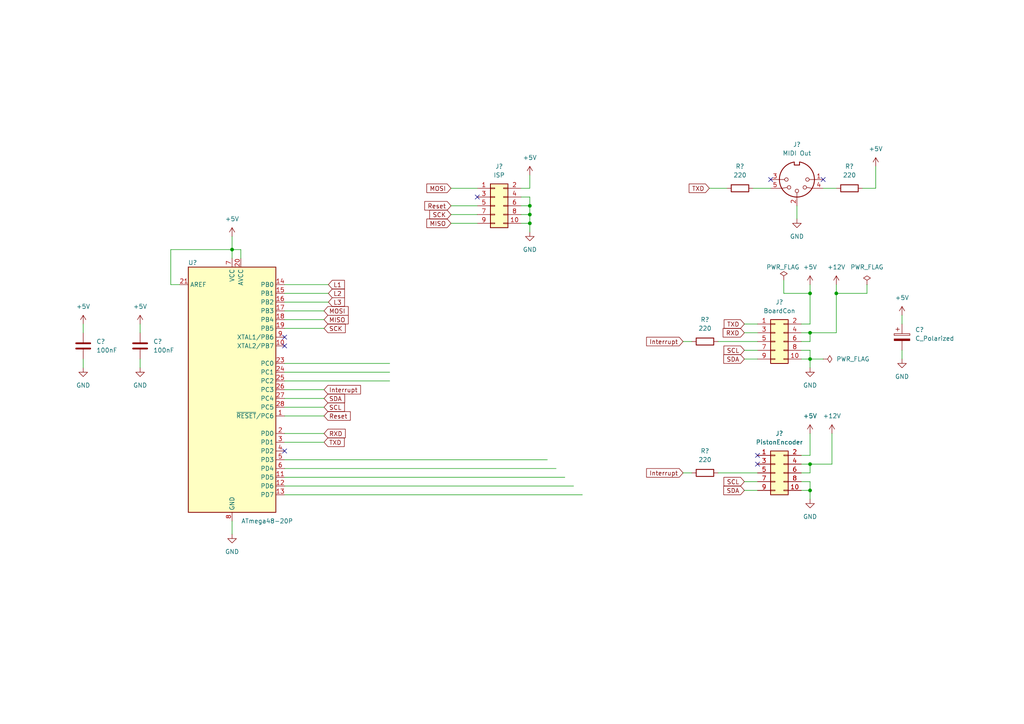
<source format=kicad_sch>
(kicad_sch (version 20211123) (generator eeschema)

  (uuid 203cfae3-c134-4f8b-b17f-2675fc7b8ec3)

  (paper "A4")

  (lib_symbols
    (symbol "Connector:DIN-5_180degree" (pin_names (offset 1.016)) (in_bom yes) (on_board yes)
      (property "Reference" "J" (id 0) (at 3.175 5.715 0)
        (effects (font (size 1.27 1.27)))
      )
      (property "Value" "DIN-5_180degree" (id 1) (at 0 -6.35 0)
        (effects (font (size 1.27 1.27)))
      )
      (property "Footprint" "" (id 2) (at 0 0 0)
        (effects (font (size 1.27 1.27)) hide)
      )
      (property "Datasheet" "http://www.mouser.com/ds/2/18/40_c091_abd_e-75918.pdf" (id 3) (at 0 0 0)
        (effects (font (size 1.27 1.27)) hide)
      )
      (property "ki_keywords" "circular DIN connector stereo audio" (id 4) (at 0 0 0)
        (effects (font (size 1.27 1.27)) hide)
      )
      (property "ki_description" "5-pin DIN connector (5-pin DIN-5 stereo)" (id 5) (at 0 0 0)
        (effects (font (size 1.27 1.27)) hide)
      )
      (property "ki_fp_filters" "DIN*" (id 6) (at 0 0 0)
        (effects (font (size 1.27 1.27)) hide)
      )
      (symbol "DIN-5_180degree_0_1"
        (arc (start -5.08 0) (mid -3.8609 -3.3364) (end -0.762 -5.08)
          (stroke (width 0.254) (type default) (color 0 0 0 0))
          (fill (type none))
        )
        (circle (center -3.048 0) (radius 0.508)
          (stroke (width 0) (type default) (color 0 0 0 0))
          (fill (type none))
        )
        (circle (center -2.286 2.286) (radius 0.508)
          (stroke (width 0) (type default) (color 0 0 0 0))
          (fill (type none))
        )
        (polyline
          (pts
            (xy -5.08 0)
            (xy -3.556 0)
          )
          (stroke (width 0) (type default) (color 0 0 0 0))
          (fill (type none))
        )
        (polyline
          (pts
            (xy 0 5.08)
            (xy 0 3.81)
          )
          (stroke (width 0) (type default) (color 0 0 0 0))
          (fill (type none))
        )
        (polyline
          (pts
            (xy 5.08 0)
            (xy 3.556 0)
          )
          (stroke (width 0) (type default) (color 0 0 0 0))
          (fill (type none))
        )
        (polyline
          (pts
            (xy -5.08 2.54)
            (xy -4.318 2.54)
            (xy -2.794 2.286)
          )
          (stroke (width 0) (type default) (color 0 0 0 0))
          (fill (type none))
        )
        (polyline
          (pts
            (xy 5.08 2.54)
            (xy 4.318 2.54)
            (xy 2.794 2.286)
          )
          (stroke (width 0) (type default) (color 0 0 0 0))
          (fill (type none))
        )
        (polyline
          (pts
            (xy -0.762 -4.953)
            (xy -0.762 -4.191)
            (xy 0.762 -4.191)
            (xy 0.762 -4.953)
          )
          (stroke (width 0.254) (type default) (color 0 0 0 0))
          (fill (type none))
        )
        (circle (center 0 3.302) (radius 0.508)
          (stroke (width 0) (type default) (color 0 0 0 0))
          (fill (type none))
        )
        (arc (start 0.762 -5.08) (mid 3.8685 -3.343) (end 5.08 0)
          (stroke (width 0.254) (type default) (color 0 0 0 0))
          (fill (type none))
        )
        (circle (center 2.286 2.286) (radius 0.508)
          (stroke (width 0) (type default) (color 0 0 0 0))
          (fill (type none))
        )
        (circle (center 3.048 0) (radius 0.508)
          (stroke (width 0) (type default) (color 0 0 0 0))
          (fill (type none))
        )
        (arc (start 5.08 0) (mid 0 5.08) (end -5.08 0)
          (stroke (width 0.254) (type default) (color 0 0 0 0))
          (fill (type none))
        )
      )
      (symbol "DIN-5_180degree_1_1"
        (pin passive line (at -7.62 0 0) (length 2.54)
          (name "~" (effects (font (size 1.27 1.27))))
          (number "1" (effects (font (size 1.27 1.27))))
        )
        (pin passive line (at 0 7.62 270) (length 2.54)
          (name "~" (effects (font (size 1.27 1.27))))
          (number "2" (effects (font (size 1.27 1.27))))
        )
        (pin passive line (at 7.62 0 180) (length 2.54)
          (name "~" (effects (font (size 1.27 1.27))))
          (number "3" (effects (font (size 1.27 1.27))))
        )
        (pin passive line (at -7.62 2.54 0) (length 2.54)
          (name "~" (effects (font (size 1.27 1.27))))
          (number "4" (effects (font (size 1.27 1.27))))
        )
        (pin passive line (at 7.62 2.54 180) (length 2.54)
          (name "~" (effects (font (size 1.27 1.27))))
          (number "5" (effects (font (size 1.27 1.27))))
        )
      )
    )
    (symbol "Connector_Generic:Conn_02x05_Odd_Even" (pin_names (offset 1.016) hide) (in_bom yes) (on_board yes)
      (property "Reference" "J" (id 0) (at 1.27 7.62 0)
        (effects (font (size 1.27 1.27)))
      )
      (property "Value" "Conn_02x05_Odd_Even" (id 1) (at 1.27 -7.62 0)
        (effects (font (size 1.27 1.27)))
      )
      (property "Footprint" "" (id 2) (at 0 0 0)
        (effects (font (size 1.27 1.27)) hide)
      )
      (property "Datasheet" "~" (id 3) (at 0 0 0)
        (effects (font (size 1.27 1.27)) hide)
      )
      (property "ki_keywords" "connector" (id 4) (at 0 0 0)
        (effects (font (size 1.27 1.27)) hide)
      )
      (property "ki_description" "Generic connector, double row, 02x05, odd/even pin numbering scheme (row 1 odd numbers, row 2 even numbers), script generated (kicad-library-utils/schlib/autogen/connector/)" (id 5) (at 0 0 0)
        (effects (font (size 1.27 1.27)) hide)
      )
      (property "ki_fp_filters" "Connector*:*_2x??_*" (id 6) (at 0 0 0)
        (effects (font (size 1.27 1.27)) hide)
      )
      (symbol "Conn_02x05_Odd_Even_1_1"
        (rectangle (start -1.27 -4.953) (end 0 -5.207)
          (stroke (width 0.1524) (type default) (color 0 0 0 0))
          (fill (type none))
        )
        (rectangle (start -1.27 -2.413) (end 0 -2.667)
          (stroke (width 0.1524) (type default) (color 0 0 0 0))
          (fill (type none))
        )
        (rectangle (start -1.27 0.127) (end 0 -0.127)
          (stroke (width 0.1524) (type default) (color 0 0 0 0))
          (fill (type none))
        )
        (rectangle (start -1.27 2.667) (end 0 2.413)
          (stroke (width 0.1524) (type default) (color 0 0 0 0))
          (fill (type none))
        )
        (rectangle (start -1.27 5.207) (end 0 4.953)
          (stroke (width 0.1524) (type default) (color 0 0 0 0))
          (fill (type none))
        )
        (rectangle (start -1.27 6.35) (end 3.81 -6.35)
          (stroke (width 0.254) (type default) (color 0 0 0 0))
          (fill (type background))
        )
        (rectangle (start 3.81 -4.953) (end 2.54 -5.207)
          (stroke (width 0.1524) (type default) (color 0 0 0 0))
          (fill (type none))
        )
        (rectangle (start 3.81 -2.413) (end 2.54 -2.667)
          (stroke (width 0.1524) (type default) (color 0 0 0 0))
          (fill (type none))
        )
        (rectangle (start 3.81 0.127) (end 2.54 -0.127)
          (stroke (width 0.1524) (type default) (color 0 0 0 0))
          (fill (type none))
        )
        (rectangle (start 3.81 2.667) (end 2.54 2.413)
          (stroke (width 0.1524) (type default) (color 0 0 0 0))
          (fill (type none))
        )
        (rectangle (start 3.81 5.207) (end 2.54 4.953)
          (stroke (width 0.1524) (type default) (color 0 0 0 0))
          (fill (type none))
        )
        (pin passive line (at -5.08 5.08 0) (length 3.81)
          (name "Pin_1" (effects (font (size 1.27 1.27))))
          (number "1" (effects (font (size 1.27 1.27))))
        )
        (pin passive line (at 7.62 -5.08 180) (length 3.81)
          (name "Pin_10" (effects (font (size 1.27 1.27))))
          (number "10" (effects (font (size 1.27 1.27))))
        )
        (pin passive line (at 7.62 5.08 180) (length 3.81)
          (name "Pin_2" (effects (font (size 1.27 1.27))))
          (number "2" (effects (font (size 1.27 1.27))))
        )
        (pin passive line (at -5.08 2.54 0) (length 3.81)
          (name "Pin_3" (effects (font (size 1.27 1.27))))
          (number "3" (effects (font (size 1.27 1.27))))
        )
        (pin passive line (at 7.62 2.54 180) (length 3.81)
          (name "Pin_4" (effects (font (size 1.27 1.27))))
          (number "4" (effects (font (size 1.27 1.27))))
        )
        (pin passive line (at -5.08 0 0) (length 3.81)
          (name "Pin_5" (effects (font (size 1.27 1.27))))
          (number "5" (effects (font (size 1.27 1.27))))
        )
        (pin passive line (at 7.62 0 180) (length 3.81)
          (name "Pin_6" (effects (font (size 1.27 1.27))))
          (number "6" (effects (font (size 1.27 1.27))))
        )
        (pin passive line (at -5.08 -2.54 0) (length 3.81)
          (name "Pin_7" (effects (font (size 1.27 1.27))))
          (number "7" (effects (font (size 1.27 1.27))))
        )
        (pin passive line (at 7.62 -2.54 180) (length 3.81)
          (name "Pin_8" (effects (font (size 1.27 1.27))))
          (number "8" (effects (font (size 1.27 1.27))))
        )
        (pin passive line (at -5.08 -5.08 0) (length 3.81)
          (name "Pin_9" (effects (font (size 1.27 1.27))))
          (number "9" (effects (font (size 1.27 1.27))))
        )
      )
    )
    (symbol "Device:C" (pin_numbers hide) (pin_names (offset 0.254)) (in_bom yes) (on_board yes)
      (property "Reference" "C" (id 0) (at 0.635 2.54 0)
        (effects (font (size 1.27 1.27)) (justify left))
      )
      (property "Value" "C" (id 1) (at 0.635 -2.54 0)
        (effects (font (size 1.27 1.27)) (justify left))
      )
      (property "Footprint" "" (id 2) (at 0.9652 -3.81 0)
        (effects (font (size 1.27 1.27)) hide)
      )
      (property "Datasheet" "~" (id 3) (at 0 0 0)
        (effects (font (size 1.27 1.27)) hide)
      )
      (property "ki_keywords" "cap capacitor" (id 4) (at 0 0 0)
        (effects (font (size 1.27 1.27)) hide)
      )
      (property "ki_description" "Unpolarized capacitor" (id 5) (at 0 0 0)
        (effects (font (size 1.27 1.27)) hide)
      )
      (property "ki_fp_filters" "C_*" (id 6) (at 0 0 0)
        (effects (font (size 1.27 1.27)) hide)
      )
      (symbol "C_0_1"
        (polyline
          (pts
            (xy -2.032 -0.762)
            (xy 2.032 -0.762)
          )
          (stroke (width 0.508) (type default) (color 0 0 0 0))
          (fill (type none))
        )
        (polyline
          (pts
            (xy -2.032 0.762)
            (xy 2.032 0.762)
          )
          (stroke (width 0.508) (type default) (color 0 0 0 0))
          (fill (type none))
        )
      )
      (symbol "C_1_1"
        (pin passive line (at 0 3.81 270) (length 2.794)
          (name "~" (effects (font (size 1.27 1.27))))
          (number "1" (effects (font (size 1.27 1.27))))
        )
        (pin passive line (at 0 -3.81 90) (length 2.794)
          (name "~" (effects (font (size 1.27 1.27))))
          (number "2" (effects (font (size 1.27 1.27))))
        )
      )
    )
    (symbol "Device:C_Polarized" (pin_numbers hide) (pin_names (offset 0.254)) (in_bom yes) (on_board yes)
      (property "Reference" "C" (id 0) (at 0.635 2.54 0)
        (effects (font (size 1.27 1.27)) (justify left))
      )
      (property "Value" "C_Polarized" (id 1) (at 0.635 -2.54 0)
        (effects (font (size 1.27 1.27)) (justify left))
      )
      (property "Footprint" "" (id 2) (at 0.9652 -3.81 0)
        (effects (font (size 1.27 1.27)) hide)
      )
      (property "Datasheet" "~" (id 3) (at 0 0 0)
        (effects (font (size 1.27 1.27)) hide)
      )
      (property "ki_keywords" "cap capacitor" (id 4) (at 0 0 0)
        (effects (font (size 1.27 1.27)) hide)
      )
      (property "ki_description" "Polarized capacitor" (id 5) (at 0 0 0)
        (effects (font (size 1.27 1.27)) hide)
      )
      (property "ki_fp_filters" "CP_*" (id 6) (at 0 0 0)
        (effects (font (size 1.27 1.27)) hide)
      )
      (symbol "C_Polarized_0_1"
        (rectangle (start -2.286 0.508) (end 2.286 1.016)
          (stroke (width 0) (type default) (color 0 0 0 0))
          (fill (type none))
        )
        (polyline
          (pts
            (xy -1.778 2.286)
            (xy -0.762 2.286)
          )
          (stroke (width 0) (type default) (color 0 0 0 0))
          (fill (type none))
        )
        (polyline
          (pts
            (xy -1.27 2.794)
            (xy -1.27 1.778)
          )
          (stroke (width 0) (type default) (color 0 0 0 0))
          (fill (type none))
        )
        (rectangle (start 2.286 -0.508) (end -2.286 -1.016)
          (stroke (width 0) (type default) (color 0 0 0 0))
          (fill (type outline))
        )
      )
      (symbol "C_Polarized_1_1"
        (pin passive line (at 0 3.81 270) (length 2.794)
          (name "~" (effects (font (size 1.27 1.27))))
          (number "1" (effects (font (size 1.27 1.27))))
        )
        (pin passive line (at 0 -3.81 90) (length 2.794)
          (name "~" (effects (font (size 1.27 1.27))))
          (number "2" (effects (font (size 1.27 1.27))))
        )
      )
    )
    (symbol "Device:R" (pin_numbers hide) (pin_names (offset 0)) (in_bom yes) (on_board yes)
      (property "Reference" "R" (id 0) (at 2.032 0 90)
        (effects (font (size 1.27 1.27)))
      )
      (property "Value" "R" (id 1) (at 0 0 90)
        (effects (font (size 1.27 1.27)))
      )
      (property "Footprint" "" (id 2) (at -1.778 0 90)
        (effects (font (size 1.27 1.27)) hide)
      )
      (property "Datasheet" "~" (id 3) (at 0 0 0)
        (effects (font (size 1.27 1.27)) hide)
      )
      (property "ki_keywords" "R res resistor" (id 4) (at 0 0 0)
        (effects (font (size 1.27 1.27)) hide)
      )
      (property "ki_description" "Resistor" (id 5) (at 0 0 0)
        (effects (font (size 1.27 1.27)) hide)
      )
      (property "ki_fp_filters" "R_*" (id 6) (at 0 0 0)
        (effects (font (size 1.27 1.27)) hide)
      )
      (symbol "R_0_1"
        (rectangle (start -1.016 -2.54) (end 1.016 2.54)
          (stroke (width 0.254) (type default) (color 0 0 0 0))
          (fill (type none))
        )
      )
      (symbol "R_1_1"
        (pin passive line (at 0 3.81 270) (length 1.27)
          (name "~" (effects (font (size 1.27 1.27))))
          (number "1" (effects (font (size 1.27 1.27))))
        )
        (pin passive line (at 0 -3.81 90) (length 1.27)
          (name "~" (effects (font (size 1.27 1.27))))
          (number "2" (effects (font (size 1.27 1.27))))
        )
      )
    )
    (symbol "MCU_Microchip_ATmega:ATmega48-20P" (in_bom yes) (on_board yes)
      (property "Reference" "U" (id 0) (at -12.7 36.83 0)
        (effects (font (size 1.27 1.27)) (justify left bottom))
      )
      (property "Value" "ATmega48-20P" (id 1) (at 2.54 -36.83 0)
        (effects (font (size 1.27 1.27)) (justify left top))
      )
      (property "Footprint" "Package_DIP:DIP-28_W7.62mm" (id 2) (at 0 0 0)
        (effects (font (size 1.27 1.27) italic) hide)
      )
      (property "Datasheet" "http://ww1.microchip.com/downloads/en/DeviceDoc/Atmel-2545-8-bit-AVR-Microcontroller-ATmega48-88-168_Datasheet.pdf" (id 3) (at 0 0 0)
        (effects (font (size 1.27 1.27)) hide)
      )
      (property "ki_keywords" "AVR 8bit Microcontroller MegaAVR" (id 4) (at 0 0 0)
        (effects (font (size 1.27 1.27)) hide)
      )
      (property "ki_description" "20MHz, 4kB Flash, 512B SRAM, 256B EEPROM, DIP-28" (id 5) (at 0 0 0)
        (effects (font (size 1.27 1.27)) hide)
      )
      (property "ki_fp_filters" "DIP*W7.62mm*" (id 6) (at 0 0 0)
        (effects (font (size 1.27 1.27)) hide)
      )
      (symbol "ATmega48-20P_0_1"
        (rectangle (start -12.7 -35.56) (end 12.7 35.56)
          (stroke (width 0.254) (type default) (color 0 0 0 0))
          (fill (type background))
        )
      )
      (symbol "ATmega48-20P_1_1"
        (pin bidirectional line (at 15.24 -7.62 180) (length 2.54)
          (name "~{RESET}/PC6" (effects (font (size 1.27 1.27))))
          (number "1" (effects (font (size 1.27 1.27))))
        )
        (pin bidirectional line (at 15.24 12.7 180) (length 2.54)
          (name "XTAL2/PB7" (effects (font (size 1.27 1.27))))
          (number "10" (effects (font (size 1.27 1.27))))
        )
        (pin bidirectional line (at 15.24 -25.4 180) (length 2.54)
          (name "PD5" (effects (font (size 1.27 1.27))))
          (number "11" (effects (font (size 1.27 1.27))))
        )
        (pin bidirectional line (at 15.24 -27.94 180) (length 2.54)
          (name "PD6" (effects (font (size 1.27 1.27))))
          (number "12" (effects (font (size 1.27 1.27))))
        )
        (pin bidirectional line (at 15.24 -30.48 180) (length 2.54)
          (name "PD7" (effects (font (size 1.27 1.27))))
          (number "13" (effects (font (size 1.27 1.27))))
        )
        (pin bidirectional line (at 15.24 30.48 180) (length 2.54)
          (name "PB0" (effects (font (size 1.27 1.27))))
          (number "14" (effects (font (size 1.27 1.27))))
        )
        (pin bidirectional line (at 15.24 27.94 180) (length 2.54)
          (name "PB1" (effects (font (size 1.27 1.27))))
          (number "15" (effects (font (size 1.27 1.27))))
        )
        (pin bidirectional line (at 15.24 25.4 180) (length 2.54)
          (name "PB2" (effects (font (size 1.27 1.27))))
          (number "16" (effects (font (size 1.27 1.27))))
        )
        (pin bidirectional line (at 15.24 22.86 180) (length 2.54)
          (name "PB3" (effects (font (size 1.27 1.27))))
          (number "17" (effects (font (size 1.27 1.27))))
        )
        (pin bidirectional line (at 15.24 20.32 180) (length 2.54)
          (name "PB4" (effects (font (size 1.27 1.27))))
          (number "18" (effects (font (size 1.27 1.27))))
        )
        (pin bidirectional line (at 15.24 17.78 180) (length 2.54)
          (name "PB5" (effects (font (size 1.27 1.27))))
          (number "19" (effects (font (size 1.27 1.27))))
        )
        (pin bidirectional line (at 15.24 -12.7 180) (length 2.54)
          (name "PD0" (effects (font (size 1.27 1.27))))
          (number "2" (effects (font (size 1.27 1.27))))
        )
        (pin power_in line (at 2.54 38.1 270) (length 2.54)
          (name "AVCC" (effects (font (size 1.27 1.27))))
          (number "20" (effects (font (size 1.27 1.27))))
        )
        (pin passive line (at -15.24 30.48 0) (length 2.54)
          (name "AREF" (effects (font (size 1.27 1.27))))
          (number "21" (effects (font (size 1.27 1.27))))
        )
        (pin passive line (at 0 -38.1 90) (length 2.54) hide
          (name "GND" (effects (font (size 1.27 1.27))))
          (number "22" (effects (font (size 1.27 1.27))))
        )
        (pin bidirectional line (at 15.24 7.62 180) (length 2.54)
          (name "PC0" (effects (font (size 1.27 1.27))))
          (number "23" (effects (font (size 1.27 1.27))))
        )
        (pin bidirectional line (at 15.24 5.08 180) (length 2.54)
          (name "PC1" (effects (font (size 1.27 1.27))))
          (number "24" (effects (font (size 1.27 1.27))))
        )
        (pin bidirectional line (at 15.24 2.54 180) (length 2.54)
          (name "PC2" (effects (font (size 1.27 1.27))))
          (number "25" (effects (font (size 1.27 1.27))))
        )
        (pin bidirectional line (at 15.24 0 180) (length 2.54)
          (name "PC3" (effects (font (size 1.27 1.27))))
          (number "26" (effects (font (size 1.27 1.27))))
        )
        (pin bidirectional line (at 15.24 -2.54 180) (length 2.54)
          (name "PC4" (effects (font (size 1.27 1.27))))
          (number "27" (effects (font (size 1.27 1.27))))
        )
        (pin bidirectional line (at 15.24 -5.08 180) (length 2.54)
          (name "PC5" (effects (font (size 1.27 1.27))))
          (number "28" (effects (font (size 1.27 1.27))))
        )
        (pin bidirectional line (at 15.24 -15.24 180) (length 2.54)
          (name "PD1" (effects (font (size 1.27 1.27))))
          (number "3" (effects (font (size 1.27 1.27))))
        )
        (pin bidirectional line (at 15.24 -17.78 180) (length 2.54)
          (name "PD2" (effects (font (size 1.27 1.27))))
          (number "4" (effects (font (size 1.27 1.27))))
        )
        (pin bidirectional line (at 15.24 -20.32 180) (length 2.54)
          (name "PD3" (effects (font (size 1.27 1.27))))
          (number "5" (effects (font (size 1.27 1.27))))
        )
        (pin bidirectional line (at 15.24 -22.86 180) (length 2.54)
          (name "PD4" (effects (font (size 1.27 1.27))))
          (number "6" (effects (font (size 1.27 1.27))))
        )
        (pin power_in line (at 0 38.1 270) (length 2.54)
          (name "VCC" (effects (font (size 1.27 1.27))))
          (number "7" (effects (font (size 1.27 1.27))))
        )
        (pin power_in line (at 0 -38.1 90) (length 2.54)
          (name "GND" (effects (font (size 1.27 1.27))))
          (number "8" (effects (font (size 1.27 1.27))))
        )
        (pin bidirectional line (at 15.24 15.24 180) (length 2.54)
          (name "XTAL1/PB6" (effects (font (size 1.27 1.27))))
          (number "9" (effects (font (size 1.27 1.27))))
        )
      )
    )
    (symbol "power:+12V" (power) (pin_names (offset 0)) (in_bom yes) (on_board yes)
      (property "Reference" "#PWR" (id 0) (at 0 -3.81 0)
        (effects (font (size 1.27 1.27)) hide)
      )
      (property "Value" "+12V" (id 1) (at 0 3.556 0)
        (effects (font (size 1.27 1.27)))
      )
      (property "Footprint" "" (id 2) (at 0 0 0)
        (effects (font (size 1.27 1.27)) hide)
      )
      (property "Datasheet" "" (id 3) (at 0 0 0)
        (effects (font (size 1.27 1.27)) hide)
      )
      (property "ki_keywords" "power-flag" (id 4) (at 0 0 0)
        (effects (font (size 1.27 1.27)) hide)
      )
      (property "ki_description" "Power symbol creates a global label with name \"+12V\"" (id 5) (at 0 0 0)
        (effects (font (size 1.27 1.27)) hide)
      )
      (symbol "+12V_0_1"
        (polyline
          (pts
            (xy -0.762 1.27)
            (xy 0 2.54)
          )
          (stroke (width 0) (type default) (color 0 0 0 0))
          (fill (type none))
        )
        (polyline
          (pts
            (xy 0 0)
            (xy 0 2.54)
          )
          (stroke (width 0) (type default) (color 0 0 0 0))
          (fill (type none))
        )
        (polyline
          (pts
            (xy 0 2.54)
            (xy 0.762 1.27)
          )
          (stroke (width 0) (type default) (color 0 0 0 0))
          (fill (type none))
        )
      )
      (symbol "+12V_1_1"
        (pin power_in line (at 0 0 90) (length 0) hide
          (name "+12V" (effects (font (size 1.27 1.27))))
          (number "1" (effects (font (size 1.27 1.27))))
        )
      )
    )
    (symbol "power:+5V" (power) (pin_names (offset 0)) (in_bom yes) (on_board yes)
      (property "Reference" "#PWR" (id 0) (at 0 -3.81 0)
        (effects (font (size 1.27 1.27)) hide)
      )
      (property "Value" "+5V" (id 1) (at 0 3.556 0)
        (effects (font (size 1.27 1.27)))
      )
      (property "Footprint" "" (id 2) (at 0 0 0)
        (effects (font (size 1.27 1.27)) hide)
      )
      (property "Datasheet" "" (id 3) (at 0 0 0)
        (effects (font (size 1.27 1.27)) hide)
      )
      (property "ki_keywords" "power-flag" (id 4) (at 0 0 0)
        (effects (font (size 1.27 1.27)) hide)
      )
      (property "ki_description" "Power symbol creates a global label with name \"+5V\"" (id 5) (at 0 0 0)
        (effects (font (size 1.27 1.27)) hide)
      )
      (symbol "+5V_0_1"
        (polyline
          (pts
            (xy -0.762 1.27)
            (xy 0 2.54)
          )
          (stroke (width 0) (type default) (color 0 0 0 0))
          (fill (type none))
        )
        (polyline
          (pts
            (xy 0 0)
            (xy 0 2.54)
          )
          (stroke (width 0) (type default) (color 0 0 0 0))
          (fill (type none))
        )
        (polyline
          (pts
            (xy 0 2.54)
            (xy 0.762 1.27)
          )
          (stroke (width 0) (type default) (color 0 0 0 0))
          (fill (type none))
        )
      )
      (symbol "+5V_1_1"
        (pin power_in line (at 0 0 90) (length 0) hide
          (name "+5V" (effects (font (size 1.27 1.27))))
          (number "1" (effects (font (size 1.27 1.27))))
        )
      )
    )
    (symbol "power:GND" (power) (pin_names (offset 0)) (in_bom yes) (on_board yes)
      (property "Reference" "#PWR" (id 0) (at 0 -6.35 0)
        (effects (font (size 1.27 1.27)) hide)
      )
      (property "Value" "GND" (id 1) (at 0 -3.81 0)
        (effects (font (size 1.27 1.27)))
      )
      (property "Footprint" "" (id 2) (at 0 0 0)
        (effects (font (size 1.27 1.27)) hide)
      )
      (property "Datasheet" "" (id 3) (at 0 0 0)
        (effects (font (size 1.27 1.27)) hide)
      )
      (property "ki_keywords" "power-flag" (id 4) (at 0 0 0)
        (effects (font (size 1.27 1.27)) hide)
      )
      (property "ki_description" "Power symbol creates a global label with name \"GND\" , ground" (id 5) (at 0 0 0)
        (effects (font (size 1.27 1.27)) hide)
      )
      (symbol "GND_0_1"
        (polyline
          (pts
            (xy 0 0)
            (xy 0 -1.27)
            (xy 1.27 -1.27)
            (xy 0 -2.54)
            (xy -1.27 -1.27)
            (xy 0 -1.27)
          )
          (stroke (width 0) (type default) (color 0 0 0 0))
          (fill (type none))
        )
      )
      (symbol "GND_1_1"
        (pin power_in line (at 0 0 270) (length 0) hide
          (name "GND" (effects (font (size 1.27 1.27))))
          (number "1" (effects (font (size 1.27 1.27))))
        )
      )
    )
    (symbol "power:PWR_FLAG" (power) (pin_numbers hide) (pin_names (offset 0) hide) (in_bom yes) (on_board yes)
      (property "Reference" "#FLG" (id 0) (at 0 1.905 0)
        (effects (font (size 1.27 1.27)) hide)
      )
      (property "Value" "PWR_FLAG" (id 1) (at 0 3.81 0)
        (effects (font (size 1.27 1.27)))
      )
      (property "Footprint" "" (id 2) (at 0 0 0)
        (effects (font (size 1.27 1.27)) hide)
      )
      (property "Datasheet" "~" (id 3) (at 0 0 0)
        (effects (font (size 1.27 1.27)) hide)
      )
      (property "ki_keywords" "power-flag" (id 4) (at 0 0 0)
        (effects (font (size 1.27 1.27)) hide)
      )
      (property "ki_description" "Special symbol for telling ERC where power comes from" (id 5) (at 0 0 0)
        (effects (font (size 1.27 1.27)) hide)
      )
      (symbol "PWR_FLAG_0_0"
        (pin power_out line (at 0 0 90) (length 0)
          (name "pwr" (effects (font (size 1.27 1.27))))
          (number "1" (effects (font (size 1.27 1.27))))
        )
      )
      (symbol "PWR_FLAG_0_1"
        (polyline
          (pts
            (xy 0 0)
            (xy 0 1.27)
            (xy -1.016 1.905)
            (xy 0 2.54)
            (xy 1.016 1.905)
            (xy 0 1.27)
          )
          (stroke (width 0) (type default) (color 0 0 0 0))
          (fill (type none))
        )
      )
    )
  )

  (junction (at 234.95 96.52) (diameter 0) (color 0 0 0 0)
    (uuid 02df539d-4016-48f8-ae0c-450889ad80f1)
  )
  (junction (at 153.67 62.23) (diameter 0) (color 0 0 0 0)
    (uuid 4b576310-6152-46b0-997a-1b934587f8e3)
  )
  (junction (at 234.95 85.09) (diameter 0) (color 0 0 0 0)
    (uuid 6eac92d0-b13f-4b71-be0d-3a0e22b8cd7f)
  )
  (junction (at 153.67 64.77) (diameter 0) (color 0 0 0 0)
    (uuid 9292d44d-a172-4b6a-97fa-077aaed91870)
  )
  (junction (at 234.95 134.62) (diameter 0) (color 0 0 0 0)
    (uuid 9643fab3-859a-4b90-8803-ee37204733a4)
  )
  (junction (at 242.57 85.09) (diameter 0) (color 0 0 0 0)
    (uuid 9a059e90-aa9e-4498-8ce2-afc4e2f27c63)
  )
  (junction (at 234.95 142.24) (diameter 0) (color 0 0 0 0)
    (uuid acaef91e-bb81-4c3f-85ca-436fb2300ade)
  )
  (junction (at 67.31 72.39) (diameter 0) (color 0 0 0 0)
    (uuid b624b019-f589-4156-ad1f-82fb64d93fd9)
  )
  (junction (at 153.67 59.69) (diameter 0) (color 0 0 0 0)
    (uuid ee601380-f841-4a3d-af47-d7a0f3dc0f7e)
  )
  (junction (at 234.95 104.14) (diameter 0) (color 0 0 0 0)
    (uuid fd64bce9-30cd-4c0d-8492-05d748fe0f87)
  )

  (no_connect (at 219.71 134.62) (uuid 275e369c-ae09-4b72-96c1-a82cd97c017d))
  (no_connect (at 82.55 97.79) (uuid 31549bf6-bbad-4dfe-8b3e-5b1721750f43))
  (no_connect (at 138.43 57.15) (uuid 420cce31-44ea-4c1e-b0d8-49647732c802))
  (no_connect (at 82.55 100.33) (uuid 8ce8b0d1-6d87-4c06-a0ab-f706063612cb))
  (no_connect (at 219.71 132.08) (uuid a47214f7-5abf-47bb-972b-1cd9713ca283))
  (no_connect (at 238.76 52.07) (uuid b60dc21e-bd69-474c-ba1c-9518b072e833))
  (no_connect (at 223.52 52.07) (uuid d19629a5-b482-48ac-9314-17a6683fd388))
  (no_connect (at 82.55 130.81) (uuid e8d16e3f-3d1f-4613-8be0-2adf326c43db))

  (wire (pts (xy 234.95 101.6) (xy 234.95 104.14))
    (stroke (width 0) (type default) (color 0 0 0 0))
    (uuid 0092cab8-d494-4ebd-95e2-d9b2f9788f1f)
  )
  (wire (pts (xy 254 48.26) (xy 254 54.61))
    (stroke (width 0) (type default) (color 0 0 0 0))
    (uuid 02c2ff73-e444-4373-8de3-079c3dbfd018)
  )
  (wire (pts (xy 82.55 133.35) (xy 158.75 133.35))
    (stroke (width 0) (type default) (color 0 0 0 0))
    (uuid 0546d6f9-134d-45af-a02e-dd61d85fce5d)
  )
  (wire (pts (xy 82.55 113.03) (xy 93.98 113.03))
    (stroke (width 0) (type default) (color 0 0 0 0))
    (uuid 0a6ca40c-212e-480f-95fd-33d50a296119)
  )
  (wire (pts (xy 215.9 139.7) (xy 219.71 139.7))
    (stroke (width 0) (type default) (color 0 0 0 0))
    (uuid 0b353b53-03b8-428c-9869-58ada99f4a7d)
  )
  (wire (pts (xy 82.55 85.09) (xy 95.25 85.09))
    (stroke (width 0) (type default) (color 0 0 0 0))
    (uuid 0f5aa940-13f6-4180-b886-6e90f0c1a31a)
  )
  (wire (pts (xy 242.57 82.55) (xy 242.57 85.09))
    (stroke (width 0) (type default) (color 0 0 0 0))
    (uuid 127a5154-f766-47ca-bfd5-222f5cb8a8af)
  )
  (wire (pts (xy 151.13 62.23) (xy 153.67 62.23))
    (stroke (width 0) (type default) (color 0 0 0 0))
    (uuid 12e81eb7-be89-4cd9-be12-4bc52d9e47cb)
  )
  (wire (pts (xy 215.9 93.98) (xy 219.71 93.98))
    (stroke (width 0) (type default) (color 0 0 0 0))
    (uuid 13df0d08-60ed-4b45-be2a-5e53833dcf54)
  )
  (wire (pts (xy 153.67 57.15) (xy 153.67 59.69))
    (stroke (width 0) (type default) (color 0 0 0 0))
    (uuid 16b19dde-555d-4da7-a8ba-cda0936c09fe)
  )
  (wire (pts (xy 234.95 137.16) (xy 234.95 134.62))
    (stroke (width 0) (type default) (color 0 0 0 0))
    (uuid 186d2ce6-eb36-4459-ba74-fa5c39510c6c)
  )
  (wire (pts (xy 82.55 128.27) (xy 93.98 128.27))
    (stroke (width 0) (type default) (color 0 0 0 0))
    (uuid 1a829cd9-1e27-4463-8d5d-5775ef0b55b8)
  )
  (wire (pts (xy 130.81 64.77) (xy 138.43 64.77))
    (stroke (width 0) (type default) (color 0 0 0 0))
    (uuid 1c471154-e312-4624-9521-2d727686463f)
  )
  (wire (pts (xy 130.81 54.61) (xy 138.43 54.61))
    (stroke (width 0) (type default) (color 0 0 0 0))
    (uuid 24826abd-2050-4529-8125-65401d30ba3d)
  )
  (wire (pts (xy 251.46 85.09) (xy 242.57 85.09))
    (stroke (width 0) (type default) (color 0 0 0 0))
    (uuid 24c1fde8-d57a-404e-a8a6-738c2c46dc39)
  )
  (wire (pts (xy 153.67 54.61) (xy 153.67 50.8))
    (stroke (width 0) (type default) (color 0 0 0 0))
    (uuid 256ba0b0-9dc2-4df6-b8c4-fecb448450a0)
  )
  (wire (pts (xy 215.9 142.24) (xy 219.71 142.24))
    (stroke (width 0) (type default) (color 0 0 0 0))
    (uuid 27b601d8-d3de-43e6-a0b5-7b3f1b1a3342)
  )
  (wire (pts (xy 215.9 96.52) (xy 219.71 96.52))
    (stroke (width 0) (type default) (color 0 0 0 0))
    (uuid 28bf7021-fb5b-4282-96ff-9c7992085e2c)
  )
  (wire (pts (xy 82.55 82.55) (xy 95.25 82.55))
    (stroke (width 0) (type default) (color 0 0 0 0))
    (uuid 2b301de8-76f7-4c64-8c45-79c8a0215361)
  )
  (wire (pts (xy 151.13 54.61) (xy 153.67 54.61))
    (stroke (width 0) (type default) (color 0 0 0 0))
    (uuid 2d0d4ca6-cda1-4532-b5ab-9718be1164d9)
  )
  (wire (pts (xy 82.55 110.49) (xy 113.03 110.49))
    (stroke (width 0) (type default) (color 0 0 0 0))
    (uuid 2d8239ab-14a6-4049-8088-ddb0b4f8f5f1)
  )
  (wire (pts (xy 234.95 85.09) (xy 234.95 82.55))
    (stroke (width 0) (type default) (color 0 0 0 0))
    (uuid 33251c61-57aa-4492-adca-23c0f7ca5a97)
  )
  (wire (pts (xy 49.53 72.39) (xy 67.31 72.39))
    (stroke (width 0) (type default) (color 0 0 0 0))
    (uuid 33a2f648-41a4-40c8-bcd8-eee58ef3f91d)
  )
  (wire (pts (xy 49.53 82.55) (xy 49.53 72.39))
    (stroke (width 0) (type default) (color 0 0 0 0))
    (uuid 347c4a49-8479-44b2-bb82-ee428e8b1ca8)
  )
  (wire (pts (xy 82.55 105.41) (xy 113.03 105.41))
    (stroke (width 0) (type default) (color 0 0 0 0))
    (uuid 34c0b21f-0682-4a1d-9f68-c7d69ba55c3d)
  )
  (wire (pts (xy 232.41 137.16) (xy 234.95 137.16))
    (stroke (width 0) (type default) (color 0 0 0 0))
    (uuid 3fd64792-9afd-4417-af44-84abce0d8236)
  )
  (wire (pts (xy 40.64 104.14) (xy 40.64 106.68))
    (stroke (width 0) (type default) (color 0 0 0 0))
    (uuid 4b9cea5f-1484-46d6-ab13-d77e1eeb1ab6)
  )
  (wire (pts (xy 234.95 104.14) (xy 234.95 106.68))
    (stroke (width 0) (type default) (color 0 0 0 0))
    (uuid 4d2369df-97c2-4eb5-9018-e77970e3e4c4)
  )
  (wire (pts (xy 69.85 72.39) (xy 69.85 74.93))
    (stroke (width 0) (type default) (color 0 0 0 0))
    (uuid 507ddc22-0b2b-48ca-90c6-e626b6552208)
  )
  (wire (pts (xy 232.41 101.6) (xy 234.95 101.6))
    (stroke (width 0) (type default) (color 0 0 0 0))
    (uuid 536b4ece-c781-487c-b175-007e4669c26a)
  )
  (wire (pts (xy 218.44 54.61) (xy 223.52 54.61))
    (stroke (width 0) (type default) (color 0 0 0 0))
    (uuid 559c78e3-9e9f-4323-a690-d901fe09551a)
  )
  (wire (pts (xy 232.41 142.24) (xy 234.95 142.24))
    (stroke (width 0) (type default) (color 0 0 0 0))
    (uuid 55b4d5cd-388a-4538-998d-55c23142b249)
  )
  (wire (pts (xy 232.41 96.52) (xy 234.95 96.52))
    (stroke (width 0) (type default) (color 0 0 0 0))
    (uuid 5620d2f2-0804-4a5c-af30-7cb1d36c6267)
  )
  (wire (pts (xy 232.41 132.08) (xy 234.95 132.08))
    (stroke (width 0) (type default) (color 0 0 0 0))
    (uuid 56d11dd3-2031-43e2-b580-de258e184fc6)
  )
  (wire (pts (xy 153.67 64.77) (xy 153.67 67.31))
    (stroke (width 0) (type default) (color 0 0 0 0))
    (uuid 58a82808-e510-4b36-8976-8c80d80cf88e)
  )
  (wire (pts (xy 151.13 64.77) (xy 153.67 64.77))
    (stroke (width 0) (type default) (color 0 0 0 0))
    (uuid 7142ef29-9d63-4c19-a9bd-fe8f9bfff8e1)
  )
  (wire (pts (xy 67.31 151.13) (xy 67.31 154.94))
    (stroke (width 0) (type default) (color 0 0 0 0))
    (uuid 72f015ae-da51-4c06-9390-78946036abce)
  )
  (wire (pts (xy 151.13 57.15) (xy 153.67 57.15))
    (stroke (width 0) (type default) (color 0 0 0 0))
    (uuid 746f0a29-9dd9-4084-9048-0cac0840df69)
  )
  (wire (pts (xy 40.64 93.98) (xy 40.64 96.52))
    (stroke (width 0) (type default) (color 0 0 0 0))
    (uuid 7526213f-73d4-473a-b100-a8f104413f9b)
  )
  (wire (pts (xy 238.76 54.61) (xy 242.57 54.61))
    (stroke (width 0) (type default) (color 0 0 0 0))
    (uuid 79f6a194-71db-49a8-851a-82f87f2c927b)
  )
  (wire (pts (xy 261.62 91.44) (xy 261.62 93.98))
    (stroke (width 0) (type default) (color 0 0 0 0))
    (uuid 7c36725a-77a8-4d30-8881-8c239ff2eff8)
  )
  (wire (pts (xy 234.95 142.24) (xy 234.95 144.78))
    (stroke (width 0) (type default) (color 0 0 0 0))
    (uuid 7f1d34e0-b6d6-4a7f-ab67-27cef51fa361)
  )
  (wire (pts (xy 231.14 59.69) (xy 231.14 63.5))
    (stroke (width 0) (type default) (color 0 0 0 0))
    (uuid 82456406-960a-493f-9758-be307daf901e)
  )
  (wire (pts (xy 82.55 92.71) (xy 93.98 92.71))
    (stroke (width 0) (type default) (color 0 0 0 0))
    (uuid 82ece7c9-06b8-4da1-893f-709b08024169)
  )
  (wire (pts (xy 242.57 96.52) (xy 242.57 85.09))
    (stroke (width 0) (type default) (color 0 0 0 0))
    (uuid 878026f8-0ea3-40d3-ace5-337c1d9c7e6b)
  )
  (wire (pts (xy 82.55 115.57) (xy 93.98 115.57))
    (stroke (width 0) (type default) (color 0 0 0 0))
    (uuid 8c09c3c2-d351-42fa-96bb-85209a1927aa)
  )
  (wire (pts (xy 82.55 120.65) (xy 93.98 120.65))
    (stroke (width 0) (type default) (color 0 0 0 0))
    (uuid 906167a2-e731-4fab-b334-ce3772b469a2)
  )
  (wire (pts (xy 198.12 99.06) (xy 200.66 99.06))
    (stroke (width 0) (type default) (color 0 0 0 0))
    (uuid 908bf2e5-7606-4b07-8d72-c0217a97b4a2)
  )
  (wire (pts (xy 234.95 104.14) (xy 238.76 104.14))
    (stroke (width 0) (type default) (color 0 0 0 0))
    (uuid 9111ed04-d404-4997-9d4d-6ecc7c5f672b)
  )
  (wire (pts (xy 82.55 143.51) (xy 168.91 143.51))
    (stroke (width 0) (type default) (color 0 0 0 0))
    (uuid 9289e213-24ee-4dc5-994b-6975747265cd)
  )
  (wire (pts (xy 261.62 101.6) (xy 261.62 104.14))
    (stroke (width 0) (type default) (color 0 0 0 0))
    (uuid 929c4673-ffae-4da4-bee8-93b171ed5d60)
  )
  (wire (pts (xy 82.55 140.97) (xy 166.37 140.97))
    (stroke (width 0) (type default) (color 0 0 0 0))
    (uuid 92d20f42-a63c-46e0-b861-691937a9ca5a)
  )
  (wire (pts (xy 151.13 59.69) (xy 153.67 59.69))
    (stroke (width 0) (type default) (color 0 0 0 0))
    (uuid 94fb3ff5-b87d-4dd3-aab7-c8b2ba9c8869)
  )
  (wire (pts (xy 130.81 62.23) (xy 138.43 62.23))
    (stroke (width 0) (type default) (color 0 0 0 0))
    (uuid 99b4e58f-daaf-418b-a1b5-cbcbfd0dd3ec)
  )
  (wire (pts (xy 234.95 132.08) (xy 234.95 125.73))
    (stroke (width 0) (type default) (color 0 0 0 0))
    (uuid a09a9da1-c40c-4eb5-969d-f5a8aa783e2e)
  )
  (wire (pts (xy 153.67 62.23) (xy 153.67 64.77))
    (stroke (width 0) (type default) (color 0 0 0 0))
    (uuid a103180a-b6a4-4fef-843e-63637c88315a)
  )
  (wire (pts (xy 234.95 96.52) (xy 242.57 96.52))
    (stroke (width 0) (type default) (color 0 0 0 0))
    (uuid a179eeea-288b-4f27-9a3f-55774d846e8f)
  )
  (wire (pts (xy 52.07 82.55) (xy 49.53 82.55))
    (stroke (width 0) (type default) (color 0 0 0 0))
    (uuid a57b2a37-e77f-454f-b815-24bd761b9e38)
  )
  (wire (pts (xy 241.3 134.62) (xy 234.95 134.62))
    (stroke (width 0) (type default) (color 0 0 0 0))
    (uuid a5a1c63a-c9ec-486c-97d2-d43f9129dd93)
  )
  (wire (pts (xy 24.13 104.14) (xy 24.13 106.68))
    (stroke (width 0) (type default) (color 0 0 0 0))
    (uuid a6a85119-aa1e-418f-992e-7a5cef150716)
  )
  (wire (pts (xy 241.3 125.73) (xy 241.3 134.62))
    (stroke (width 0) (type default) (color 0 0 0 0))
    (uuid ae461540-c0c4-4b29-820e-02c909bf8f78)
  )
  (wire (pts (xy 198.12 137.16) (xy 200.66 137.16))
    (stroke (width 0) (type default) (color 0 0 0 0))
    (uuid aff16da4-de89-4b9e-86c5-f63f6f4f7972)
  )
  (wire (pts (xy 130.81 59.69) (xy 138.43 59.69))
    (stroke (width 0) (type default) (color 0 0 0 0))
    (uuid b0a4a255-0db5-4dfa-a413-09fa3a4551f2)
  )
  (wire (pts (xy 234.95 93.98) (xy 234.95 85.09))
    (stroke (width 0) (type default) (color 0 0 0 0))
    (uuid b31eebc1-4d80-4cc0-a8c9-3654acbbf4cc)
  )
  (wire (pts (xy 208.28 99.06) (xy 219.71 99.06))
    (stroke (width 0) (type default) (color 0 0 0 0))
    (uuid b796da5c-6e80-4ce3-964f-287f7226a2e9)
  )
  (wire (pts (xy 232.41 139.7) (xy 234.95 139.7))
    (stroke (width 0) (type default) (color 0 0 0 0))
    (uuid b88ec3dd-f7c1-46fe-8bd6-0fbdbc416043)
  )
  (wire (pts (xy 232.41 134.62) (xy 234.95 134.62))
    (stroke (width 0) (type default) (color 0 0 0 0))
    (uuid c439d428-18a1-4684-8075-a8d97ccb244f)
  )
  (wire (pts (xy 82.55 135.89) (xy 161.29 135.89))
    (stroke (width 0) (type default) (color 0 0 0 0))
    (uuid c4c0b9dc-f60d-40bd-b0f1-a27ff310c790)
  )
  (wire (pts (xy 82.55 107.95) (xy 113.03 107.95))
    (stroke (width 0) (type default) (color 0 0 0 0))
    (uuid c506a563-618c-4660-b5bc-1a73b8db2d70)
  )
  (wire (pts (xy 215.9 101.6) (xy 219.71 101.6))
    (stroke (width 0) (type default) (color 0 0 0 0))
    (uuid c686416a-d8d7-463a-88ae-5bdb4847f7e5)
  )
  (wire (pts (xy 82.55 95.25) (xy 93.98 95.25))
    (stroke (width 0) (type default) (color 0 0 0 0))
    (uuid c98e0c8a-902a-4757-ac38-9ec620a823b7)
  )
  (wire (pts (xy 251.46 82.55) (xy 251.46 85.09))
    (stroke (width 0) (type default) (color 0 0 0 0))
    (uuid c9dde1f1-3f59-4061-a7cd-4cf49d232cb0)
  )
  (wire (pts (xy 82.55 125.73) (xy 93.98 125.73))
    (stroke (width 0) (type default) (color 0 0 0 0))
    (uuid cc2136b7-05f1-4f12-a522-9598f216ee5c)
  )
  (wire (pts (xy 205.74 54.61) (xy 210.82 54.61))
    (stroke (width 0) (type default) (color 0 0 0 0))
    (uuid cd3c7bac-be38-472f-903a-2925c007f66d)
  )
  (wire (pts (xy 82.55 118.11) (xy 93.98 118.11))
    (stroke (width 0) (type default) (color 0 0 0 0))
    (uuid d180262e-1b5d-4c2d-902d-2740085ea29b)
  )
  (wire (pts (xy 67.31 72.39) (xy 69.85 72.39))
    (stroke (width 0) (type default) (color 0 0 0 0))
    (uuid d37f30ec-d7c3-4440-9dff-d295d1981215)
  )
  (wire (pts (xy 227.33 85.09) (xy 234.95 85.09))
    (stroke (width 0) (type default) (color 0 0 0 0))
    (uuid d4b04f85-5fc5-460f-bc23-47f476fbd8b2)
  )
  (wire (pts (xy 208.28 137.16) (xy 219.71 137.16))
    (stroke (width 0) (type default) (color 0 0 0 0))
    (uuid d534e99b-6b66-464d-872a-3cc8481091c1)
  )
  (wire (pts (xy 215.9 104.14) (xy 219.71 104.14))
    (stroke (width 0) (type default) (color 0 0 0 0))
    (uuid dacaab43-1768-4d76-805c-d725f9df44f1)
  )
  (wire (pts (xy 82.55 138.43) (xy 163.83 138.43))
    (stroke (width 0) (type default) (color 0 0 0 0))
    (uuid dbdfa760-2490-4815-9a71-7f1935e90dba)
  )
  (wire (pts (xy 234.95 99.06) (xy 234.95 96.52))
    (stroke (width 0) (type default) (color 0 0 0 0))
    (uuid e08448b9-4d46-45a8-b8d0-73a93ed58299)
  )
  (wire (pts (xy 67.31 72.39) (xy 67.31 74.93))
    (stroke (width 0) (type default) (color 0 0 0 0))
    (uuid e1459c3d-8943-40a5-9476-536278ace5ac)
  )
  (wire (pts (xy 67.31 68.58) (xy 67.31 72.39))
    (stroke (width 0) (type default) (color 0 0 0 0))
    (uuid e152a7f7-533d-42ac-ab66-f5292660c448)
  )
  (wire (pts (xy 234.95 139.7) (xy 234.95 142.24))
    (stroke (width 0) (type default) (color 0 0 0 0))
    (uuid e2163279-de61-4528-91ac-bfdf7fea796e)
  )
  (wire (pts (xy 227.33 81.28) (xy 227.33 85.09))
    (stroke (width 0) (type default) (color 0 0 0 0))
    (uuid e266e15b-a449-4fdc-ad30-454ca18b36f7)
  )
  (wire (pts (xy 82.55 87.63) (xy 95.25 87.63))
    (stroke (width 0) (type default) (color 0 0 0 0))
    (uuid e97ec081-ded1-4d87-993f-09b3ba7f760b)
  )
  (wire (pts (xy 82.55 90.17) (xy 93.98 90.17))
    (stroke (width 0) (type default) (color 0 0 0 0))
    (uuid eb7ed21c-b663-4b78-836b-3ffa65c0ee51)
  )
  (wire (pts (xy 232.41 93.98) (xy 234.95 93.98))
    (stroke (width 0) (type default) (color 0 0 0 0))
    (uuid edb1f28c-6d4f-43bb-9261-8c8188c85568)
  )
  (wire (pts (xy 232.41 99.06) (xy 234.95 99.06))
    (stroke (width 0) (type default) (color 0 0 0 0))
    (uuid f5bd535a-1298-427b-b761-4864122e123b)
  )
  (wire (pts (xy 250.19 54.61) (xy 254 54.61))
    (stroke (width 0) (type default) (color 0 0 0 0))
    (uuid f67c5bec-e11e-4789-8418-2348742dd3f5)
  )
  (wire (pts (xy 24.13 93.98) (xy 24.13 96.52))
    (stroke (width 0) (type default) (color 0 0 0 0))
    (uuid f7f74a7f-24f4-480b-9447-ef327ffa6fd1)
  )
  (wire (pts (xy 232.41 104.14) (xy 234.95 104.14))
    (stroke (width 0) (type default) (color 0 0 0 0))
    (uuid f8f7b84c-dea5-42d2-8b23-52dfa6b0380d)
  )
  (wire (pts (xy 153.67 59.69) (xy 153.67 62.23))
    (stroke (width 0) (type default) (color 0 0 0 0))
    (uuid fec56fe8-b1b9-41a6-b134-58104ebeea32)
  )

  (global_label "SCL" (shape input) (at 215.9 101.6 180) (fields_autoplaced)
    (effects (font (size 1.27 1.27)) (justify right))
    (uuid 0bb50570-db6d-4188-8f91-241f69e3ea41)
    (property "Intersheet References" "${INTERSHEET_REFS}" (id 0) (at 209.9793 101.5206 0)
      (effects (font (size 1.27 1.27)) (justify right) hide)
    )
  )
  (global_label "RXD" (shape input) (at 215.9 96.52 180) (fields_autoplaced)
    (effects (font (size 1.27 1.27)) (justify right))
    (uuid 15174d6a-3c9c-4a97-9521-8655445916dd)
    (property "Intersheet References" "${INTERSHEET_REFS}" (id 0) (at 209.7374 96.4406 0)
      (effects (font (size 1.27 1.27)) (justify right) hide)
    )
  )
  (global_label "MISO" (shape input) (at 130.81 64.77 180) (fields_autoplaced)
    (effects (font (size 1.27 1.27)) (justify right))
    (uuid 2b89e99e-5c9a-46ed-ba80-1bcaddb642dd)
    (property "Intersheet References" "${INTERSHEET_REFS}" (id 0) (at 123.8007 64.6906 0)
      (effects (font (size 1.27 1.27)) (justify right) hide)
    )
  )
  (global_label "SDA" (shape input) (at 215.9 142.24 180) (fields_autoplaced)
    (effects (font (size 1.27 1.27)) (justify right))
    (uuid 2fc23c32-d6f4-44f5-9d5c-8d3eb5b89e72)
    (property "Intersheet References" "${INTERSHEET_REFS}" (id 0) (at 209.9188 142.1606 0)
      (effects (font (size 1.27 1.27)) (justify right) hide)
    )
  )
  (global_label "MISO" (shape input) (at 93.98 92.71 0) (fields_autoplaced)
    (effects (font (size 1.27 1.27)) (justify left))
    (uuid 3adae1bf-65c1-46fe-a638-d39931c86503)
    (property "Intersheet References" "${INTERSHEET_REFS}" (id 0) (at 100.9893 92.6306 0)
      (effects (font (size 1.27 1.27)) (justify left) hide)
    )
  )
  (global_label "Reset" (shape input) (at 93.98 120.65 0) (fields_autoplaced)
    (effects (font (size 1.27 1.27)) (justify left))
    (uuid 3b023bdd-ee47-4034-83db-24c83a7368e3)
    (property "Intersheet References" "${INTERSHEET_REFS}" (id 0) (at 101.5941 120.5706 0)
      (effects (font (size 1.27 1.27)) (justify left) hide)
    )
  )
  (global_label "MOSI" (shape input) (at 130.81 54.61 180) (fields_autoplaced)
    (effects (font (size 1.27 1.27)) (justify right))
    (uuid 3e4b72c5-6ec5-4ef8-8f14-cce01baa6774)
    (property "Intersheet References" "${INTERSHEET_REFS}" (id 0) (at 123.8007 54.5306 0)
      (effects (font (size 1.27 1.27)) (justify right) hide)
    )
  )
  (global_label "SDA" (shape input) (at 93.98 115.57 0) (fields_autoplaced)
    (effects (font (size 1.27 1.27)) (justify left))
    (uuid 44e13eb9-8e77-47ae-830c-cb3c0e9aa92a)
    (property "Intersheet References" "${INTERSHEET_REFS}" (id 0) (at 99.9612 115.4906 0)
      (effects (font (size 1.27 1.27)) (justify left) hide)
    )
  )
  (global_label "SCL" (shape input) (at 215.9 139.7 180) (fields_autoplaced)
    (effects (font (size 1.27 1.27)) (justify right))
    (uuid 46c2ef8b-7c00-458d-acc0-b00bb13c0c12)
    (property "Intersheet References" "${INTERSHEET_REFS}" (id 0) (at 209.9793 139.6206 0)
      (effects (font (size 1.27 1.27)) (justify right) hide)
    )
  )
  (global_label "L1" (shape input) (at 95.25 82.55 0) (fields_autoplaced)
    (effects (font (size 1.27 1.27)) (justify left))
    (uuid 494ddf93-ff12-4084-80c8-08da02e4623b)
    (property "Intersheet References" "${INTERSHEET_REFS}" (id 0) (at 99.9007 82.4706 0)
      (effects (font (size 1.27 1.27)) (justify left) hide)
    )
  )
  (global_label "Reset" (shape input) (at 130.81 59.69 180) (fields_autoplaced)
    (effects (font (size 1.27 1.27)) (justify right))
    (uuid 4cade9df-ad4c-4b2e-a532-d7b355f89550)
    (property "Intersheet References" "${INTERSHEET_REFS}" (id 0) (at 123.1959 59.6106 0)
      (effects (font (size 1.27 1.27)) (justify right) hide)
    )
  )
  (global_label "TXD" (shape input) (at 205.74 54.61 180) (fields_autoplaced)
    (effects (font (size 1.27 1.27)) (justify right))
    (uuid 64464b2d-f1c6-4e09-a15f-ef086fe2c15f)
    (property "Intersheet References" "${INTERSHEET_REFS}" (id 0) (at 199.8798 54.5306 0)
      (effects (font (size 1.27 1.27)) (justify right) hide)
    )
  )
  (global_label "SCL" (shape input) (at 93.98 118.11 0) (fields_autoplaced)
    (effects (font (size 1.27 1.27)) (justify left))
    (uuid 7efdabf5-68ba-478e-b089-67becc779f61)
    (property "Intersheet References" "${INTERSHEET_REFS}" (id 0) (at 99.9007 118.0306 0)
      (effects (font (size 1.27 1.27)) (justify left) hide)
    )
  )
  (global_label "Interrupt" (shape input) (at 198.12 99.06 180) (fields_autoplaced)
    (effects (font (size 1.27 1.27)) (justify right))
    (uuid 81b427d7-4e41-40be-82c7-2dfaa74395c0)
    (property "Intersheet References" "${INTERSHEET_REFS}" (id 0) (at 187.5426 98.9806 0)
      (effects (font (size 1.27 1.27)) (justify right) hide)
    )
  )
  (global_label "L2" (shape input) (at 95.25 85.09 0) (fields_autoplaced)
    (effects (font (size 1.27 1.27)) (justify left))
    (uuid 8a73cda8-670f-4c8a-87f8-bb314ffe2b0a)
    (property "Intersheet References" "${INTERSHEET_REFS}" (id 0) (at 99.9007 85.0106 0)
      (effects (font (size 1.27 1.27)) (justify left) hide)
    )
  )
  (global_label "SCK" (shape input) (at 130.81 62.23 180) (fields_autoplaced)
    (effects (font (size 1.27 1.27)) (justify right))
    (uuid 8c0fe23e-a2e6-4a3a-92d5-bf8efb7d117a)
    (property "Intersheet References" "${INTERSHEET_REFS}" (id 0) (at 124.6474 62.1506 0)
      (effects (font (size 1.27 1.27)) (justify right) hide)
    )
  )
  (global_label "SDA" (shape input) (at 215.9 104.14 180) (fields_autoplaced)
    (effects (font (size 1.27 1.27)) (justify right))
    (uuid 91e194f6-5bcf-43f4-8b2b-0068812b967a)
    (property "Intersheet References" "${INTERSHEET_REFS}" (id 0) (at 209.9188 104.0606 0)
      (effects (font (size 1.27 1.27)) (justify right) hide)
    )
  )
  (global_label "RXD" (shape input) (at 93.98 125.73 0) (fields_autoplaced)
    (effects (font (size 1.27 1.27)) (justify left))
    (uuid bbc3b746-c421-4742-9a47-975ce33a89e5)
    (property "Intersheet References" "${INTERSHEET_REFS}" (id 0) (at 100.1426 125.6506 0)
      (effects (font (size 1.27 1.27)) (justify left) hide)
    )
  )
  (global_label "SCK" (shape input) (at 93.98 95.25 0) (fields_autoplaced)
    (effects (font (size 1.27 1.27)) (justify left))
    (uuid be1e8587-887f-4d2c-8f76-bbe49d89f9a2)
    (property "Intersheet References" "${INTERSHEET_REFS}" (id 0) (at 100.1426 95.1706 0)
      (effects (font (size 1.27 1.27)) (justify left) hide)
    )
  )
  (global_label "Interrupt" (shape input) (at 198.12 137.16 180) (fields_autoplaced)
    (effects (font (size 1.27 1.27)) (justify right))
    (uuid c23dc465-4284-45d4-9f85-d7a24e63d729)
    (property "Intersheet References" "${INTERSHEET_REFS}" (id 0) (at 187.5426 137.0806 0)
      (effects (font (size 1.27 1.27)) (justify right) hide)
    )
  )
  (global_label "L3" (shape input) (at 95.25 87.63 0) (fields_autoplaced)
    (effects (font (size 1.27 1.27)) (justify left))
    (uuid c2755b8c-85b6-4b79-82de-e01bfadad6d7)
    (property "Intersheet References" "${INTERSHEET_REFS}" (id 0) (at 99.9007 87.5506 0)
      (effects (font (size 1.27 1.27)) (justify left) hide)
    )
  )
  (global_label "Interrupt" (shape input) (at 93.98 113.03 0) (fields_autoplaced)
    (effects (font (size 1.27 1.27)) (justify left))
    (uuid d3298501-3fc7-42a8-9f0b-e69b09dd12d8)
    (property "Intersheet References" "${INTERSHEET_REFS}" (id 0) (at 104.5574 113.1094 0)
      (effects (font (size 1.27 1.27)) (justify left) hide)
    )
  )
  (global_label "MOSI" (shape input) (at 93.98 90.17 0) (fields_autoplaced)
    (effects (font (size 1.27 1.27)) (justify left))
    (uuid d504f107-58a1-43ef-9c38-e22a9e3658fc)
    (property "Intersheet References" "${INTERSHEET_REFS}" (id 0) (at 100.9893 90.0906 0)
      (effects (font (size 1.27 1.27)) (justify left) hide)
    )
  )
  (global_label "TXD" (shape input) (at 93.98 128.27 0) (fields_autoplaced)
    (effects (font (size 1.27 1.27)) (justify left))
    (uuid e20b3aae-c64a-49bb-987d-eb30f82acf54)
    (property "Intersheet References" "${INTERSHEET_REFS}" (id 0) (at 99.8402 128.1906 0)
      (effects (font (size 1.27 1.27)) (justify left) hide)
    )
  )
  (global_label "TXD" (shape input) (at 215.9 93.98 180) (fields_autoplaced)
    (effects (font (size 1.27 1.27)) (justify right))
    (uuid e5e0ddde-f66b-4dbb-9464-40a1fda09b30)
    (property "Intersheet References" "${INTERSHEET_REFS}" (id 0) (at 210.0398 93.9006 0)
      (effects (font (size 1.27 1.27)) (justify right) hide)
    )
  )

  (symbol (lib_id "power:PWR_FLAG") (at 251.46 82.55 0) (unit 1)
    (in_bom yes) (on_board yes) (fields_autoplaced)
    (uuid 122e7e9a-0132-4992-87f4-963caf04bff7)
    (property "Reference" "#FLG?" (id 0) (at 251.46 80.645 0)
      (effects (font (size 1.27 1.27)) hide)
    )
    (property "Value" "PWR_FLAG" (id 1) (at 251.46 77.47 0))
    (property "Footprint" "" (id 2) (at 251.46 82.55 0)
      (effects (font (size 1.27 1.27)) hide)
    )
    (property "Datasheet" "~" (id 3) (at 251.46 82.55 0)
      (effects (font (size 1.27 1.27)) hide)
    )
    (pin "1" (uuid 78466ff3-583b-4f08-9b1b-2159ec6823d2))
  )

  (symbol (lib_id "Connector:DIN-5_180degree") (at 231.14 52.07 180) (unit 1)
    (in_bom yes) (on_board yes) (fields_autoplaced)
    (uuid 23317b38-3655-45da-a4ec-6bf8837dec1f)
    (property "Reference" "J?" (id 0) (at 231.1399 41.91 0))
    (property "Value" "MIDI Out" (id 1) (at 231.1399 44.45 0))
    (property "Footprint" "" (id 2) (at 231.14 52.07 0)
      (effects (font (size 1.27 1.27)) hide)
    )
    (property "Datasheet" "http://www.mouser.com/ds/2/18/40_c091_abd_e-75918.pdf" (id 3) (at 231.14 52.07 0)
      (effects (font (size 1.27 1.27)) hide)
    )
    (pin "1" (uuid 3ab19250-a77d-47fb-8b9f-7d44a1de9ae2))
    (pin "2" (uuid 42d7c19d-a0f9-4442-9fc2-56f34393a3eb))
    (pin "3" (uuid 13c48319-c700-4c3f-98cc-fc9b483f87de))
    (pin "4" (uuid 8b44b23a-70f5-409c-96ac-7023b324829c))
    (pin "5" (uuid c4378f36-566c-413c-b9aa-2cbff2b97095))
  )

  (symbol (lib_id "power:GND") (at 234.95 106.68 0) (unit 1)
    (in_bom yes) (on_board yes) (fields_autoplaced)
    (uuid 2c420de4-556d-48e8-a82c-6b45f54e6dea)
    (property "Reference" "#PWR?" (id 0) (at 234.95 113.03 0)
      (effects (font (size 1.27 1.27)) hide)
    )
    (property "Value" "GND" (id 1) (at 234.95 111.76 0))
    (property "Footprint" "" (id 2) (at 234.95 106.68 0)
      (effects (font (size 1.27 1.27)) hide)
    )
    (property "Datasheet" "" (id 3) (at 234.95 106.68 0)
      (effects (font (size 1.27 1.27)) hide)
    )
    (pin "1" (uuid 11209b99-0c59-420e-9b90-62e8d0e0bcd4))
  )

  (symbol (lib_id "power:+5V") (at 40.64 93.98 0) (unit 1)
    (in_bom yes) (on_board yes) (fields_autoplaced)
    (uuid 2c593ef5-c230-420c-ab28-a143494c0c14)
    (property "Reference" "#PWR?" (id 0) (at 40.64 97.79 0)
      (effects (font (size 1.27 1.27)) hide)
    )
    (property "Value" "+5V" (id 1) (at 40.64 88.9 0))
    (property "Footprint" "" (id 2) (at 40.64 93.98 0)
      (effects (font (size 1.27 1.27)) hide)
    )
    (property "Datasheet" "" (id 3) (at 40.64 93.98 0)
      (effects (font (size 1.27 1.27)) hide)
    )
    (pin "1" (uuid f34737e9-9093-4dbd-bbd3-60ff33ae3d71))
  )

  (symbol (lib_id "power:+5V") (at 254 48.26 0) (unit 1)
    (in_bom yes) (on_board yes) (fields_autoplaced)
    (uuid 2d19922d-fadf-45a1-9814-87ecab02e10e)
    (property "Reference" "#PWR?" (id 0) (at 254 52.07 0)
      (effects (font (size 1.27 1.27)) hide)
    )
    (property "Value" "+5V" (id 1) (at 254 43.18 0))
    (property "Footprint" "" (id 2) (at 254 48.26 0)
      (effects (font (size 1.27 1.27)) hide)
    )
    (property "Datasheet" "" (id 3) (at 254 48.26 0)
      (effects (font (size 1.27 1.27)) hide)
    )
    (pin "1" (uuid 319f8d6c-369c-4ea2-847f-d36570ba75f7))
  )

  (symbol (lib_id "power:GND") (at 153.67 67.31 0) (unit 1)
    (in_bom yes) (on_board yes) (fields_autoplaced)
    (uuid 36698d9e-ca55-45ac-ac31-a0e2e67bf811)
    (property "Reference" "#PWR?" (id 0) (at 153.67 73.66 0)
      (effects (font (size 1.27 1.27)) hide)
    )
    (property "Value" "GND" (id 1) (at 153.67 72.39 0))
    (property "Footprint" "" (id 2) (at 153.67 67.31 0)
      (effects (font (size 1.27 1.27)) hide)
    )
    (property "Datasheet" "" (id 3) (at 153.67 67.31 0)
      (effects (font (size 1.27 1.27)) hide)
    )
    (pin "1" (uuid 58009116-41ab-478b-8724-fc4fe3722fc9))
  )

  (symbol (lib_id "power:GND") (at 40.64 106.68 0) (unit 1)
    (in_bom yes) (on_board yes) (fields_autoplaced)
    (uuid 3a96fe6c-f9c2-4d7d-be7a-e6142ecd0100)
    (property "Reference" "#PWR?" (id 0) (at 40.64 113.03 0)
      (effects (font (size 1.27 1.27)) hide)
    )
    (property "Value" "GND" (id 1) (at 40.64 111.76 0))
    (property "Footprint" "" (id 2) (at 40.64 106.68 0)
      (effects (font (size 1.27 1.27)) hide)
    )
    (property "Datasheet" "" (id 3) (at 40.64 106.68 0)
      (effects (font (size 1.27 1.27)) hide)
    )
    (pin "1" (uuid c7c5c75d-e757-4eb8-8494-cbd20fabfca6))
  )

  (symbol (lib_id "power:GND") (at 67.31 154.94 0) (unit 1)
    (in_bom yes) (on_board yes) (fields_autoplaced)
    (uuid 3e1aae4c-dfd3-4fae-9b31-b3700a127435)
    (property "Reference" "#PWR?" (id 0) (at 67.31 161.29 0)
      (effects (font (size 1.27 1.27)) hide)
    )
    (property "Value" "GND" (id 1) (at 67.31 160.02 0))
    (property "Footprint" "" (id 2) (at 67.31 154.94 0)
      (effects (font (size 1.27 1.27)) hide)
    )
    (property "Datasheet" "" (id 3) (at 67.31 154.94 0)
      (effects (font (size 1.27 1.27)) hide)
    )
    (pin "1" (uuid 941b12cc-b3a5-4de6-aa1f-27c46a37eb45))
  )

  (symbol (lib_id "Device:R") (at 204.47 137.16 90) (unit 1)
    (in_bom yes) (on_board yes) (fields_autoplaced)
    (uuid 5866c704-5281-4f1f-a920-62848fdfd9fc)
    (property "Reference" "R?" (id 0) (at 204.47 130.81 90))
    (property "Value" "220" (id 1) (at 204.47 133.35 90))
    (property "Footprint" "Resistor_THT:R_Axial_DIN0204_L3.6mm_D1.6mm_P2.54mm_Vertical" (id 2) (at 204.47 138.938 90)
      (effects (font (size 1.27 1.27)) hide)
    )
    (property "Datasheet" "~" (id 3) (at 204.47 137.16 0)
      (effects (font (size 1.27 1.27)) hide)
    )
    (pin "1" (uuid 2a9ef63e-8b1b-48f5-802a-a10ea8048da6))
    (pin "2" (uuid c5dbdf67-a057-48d2-9db4-01a03e7a3a8f))
  )

  (symbol (lib_id "power:GND") (at 231.14 63.5 0) (unit 1)
    (in_bom yes) (on_board yes) (fields_autoplaced)
    (uuid 62ad8793-f2e6-490b-8fb6-faff2cfd1351)
    (property "Reference" "#PWR?" (id 0) (at 231.14 69.85 0)
      (effects (font (size 1.27 1.27)) hide)
    )
    (property "Value" "GND" (id 1) (at 231.14 68.58 0))
    (property "Footprint" "" (id 2) (at 231.14 63.5 0)
      (effects (font (size 1.27 1.27)) hide)
    )
    (property "Datasheet" "" (id 3) (at 231.14 63.5 0)
      (effects (font (size 1.27 1.27)) hide)
    )
    (pin "1" (uuid 5b6311c3-d083-48a5-84af-f5ae09f1c7d6))
  )

  (symbol (lib_id "power:+5V") (at 261.62 91.44 0) (unit 1)
    (in_bom yes) (on_board yes) (fields_autoplaced)
    (uuid 6b0394d5-f3ca-458f-b6ba-6e5b30e93009)
    (property "Reference" "#PWR?" (id 0) (at 261.62 95.25 0)
      (effects (font (size 1.27 1.27)) hide)
    )
    (property "Value" "+5V" (id 1) (at 261.62 86.36 0))
    (property "Footprint" "" (id 2) (at 261.62 91.44 0)
      (effects (font (size 1.27 1.27)) hide)
    )
    (property "Datasheet" "" (id 3) (at 261.62 91.44 0)
      (effects (font (size 1.27 1.27)) hide)
    )
    (pin "1" (uuid 98a09f8c-e296-454c-8b76-8cf1957f1343))
  )

  (symbol (lib_id "power:+5V") (at 24.13 93.98 0) (unit 1)
    (in_bom yes) (on_board yes) (fields_autoplaced)
    (uuid 6e5c79ff-d564-4180-aef9-f054c6f18635)
    (property "Reference" "#PWR?" (id 0) (at 24.13 97.79 0)
      (effects (font (size 1.27 1.27)) hide)
    )
    (property "Value" "+5V" (id 1) (at 24.13 88.9 0))
    (property "Footprint" "" (id 2) (at 24.13 93.98 0)
      (effects (font (size 1.27 1.27)) hide)
    )
    (property "Datasheet" "" (id 3) (at 24.13 93.98 0)
      (effects (font (size 1.27 1.27)) hide)
    )
    (pin "1" (uuid b5ed5368-8682-4904-bc4e-5afa6ff21a00))
  )

  (symbol (lib_id "power:GND") (at 24.13 106.68 0) (unit 1)
    (in_bom yes) (on_board yes) (fields_autoplaced)
    (uuid 78950afc-2def-4872-bf2a-8c818778cec3)
    (property "Reference" "#PWR?" (id 0) (at 24.13 113.03 0)
      (effects (font (size 1.27 1.27)) hide)
    )
    (property "Value" "GND" (id 1) (at 24.13 111.76 0))
    (property "Footprint" "" (id 2) (at 24.13 106.68 0)
      (effects (font (size 1.27 1.27)) hide)
    )
    (property "Datasheet" "" (id 3) (at 24.13 106.68 0)
      (effects (font (size 1.27 1.27)) hide)
    )
    (pin "1" (uuid b3963853-f781-4aa8-bf82-6bc283c1c83a))
  )

  (symbol (lib_id "power:PWR_FLAG") (at 238.76 104.14 270) (unit 1)
    (in_bom yes) (on_board yes) (fields_autoplaced)
    (uuid 7b119409-3469-4bc2-b5e2-c5fe521d5e41)
    (property "Reference" "#FLG?" (id 0) (at 240.665 104.14 0)
      (effects (font (size 1.27 1.27)) hide)
    )
    (property "Value" "PWR_FLAG" (id 1) (at 242.57 104.1399 90)
      (effects (font (size 1.27 1.27)) (justify left))
    )
    (property "Footprint" "" (id 2) (at 238.76 104.14 0)
      (effects (font (size 1.27 1.27)) hide)
    )
    (property "Datasheet" "~" (id 3) (at 238.76 104.14 0)
      (effects (font (size 1.27 1.27)) hide)
    )
    (pin "1" (uuid c4338736-360a-42b6-8ae1-846b9b581e78))
  )

  (symbol (lib_id "MCU_Microchip_ATmega:ATmega48-20P") (at 67.31 113.03 0) (unit 1)
    (in_bom yes) (on_board yes)
    (uuid 84994bce-4f44-47a6-acaf-e1f2858695ce)
    (property "Reference" "U?" (id 0) (at 55.88 76.2 0))
    (property "Value" "ATmega48-20P" (id 1) (at 77.47 151.13 0))
    (property "Footprint" "Package_DIP:DIP-28_W7.62mm" (id 2) (at 67.31 113.03 0)
      (effects (font (size 1.27 1.27) italic) hide)
    )
    (property "Datasheet" "http://ww1.microchip.com/downloads/en/DeviceDoc/Atmel-2545-8-bit-AVR-Microcontroller-ATmega48-88-168_Datasheet.pdf" (id 3) (at 67.31 113.03 0)
      (effects (font (size 1.27 1.27)) hide)
    )
    (pin "1" (uuid 27b8e49c-81dd-4301-990b-2d77bf5bda88))
    (pin "10" (uuid c965dad5-2373-4e23-bd88-fc089e1ed48d))
    (pin "11" (uuid 2bbd9d06-2687-43a0-972a-2bd99036f7d6))
    (pin "12" (uuid b99c6ec5-3123-40d2-a3b1-275f55ec689b))
    (pin "13" (uuid f3b37eeb-ccf4-4f72-b012-cc0d8e4f90a6))
    (pin "14" (uuid c6775451-2122-4b4b-bbd3-743617cdd2fd))
    (pin "15" (uuid 0b1b23c1-c9ea-4124-8625-f7ed8ebfe9a9))
    (pin "16" (uuid 3efd36db-ad56-4eee-86ab-f016ff908b00))
    (pin "17" (uuid 7e00e59f-b458-4f92-9070-9a1b5a0b7b41))
    (pin "18" (uuid 789d5c27-f856-4656-8aa9-2c684a3a305e))
    (pin "19" (uuid 01d62a58-d810-4c77-9e10-22b26e1c4c30))
    (pin "2" (uuid bf0e6aa4-fc2a-4233-9131-79ae98ca5756))
    (pin "20" (uuid 952955cd-1b09-4ede-aea3-e083d62405d9))
    (pin "21" (uuid 72ef8705-37a9-4745-9d43-586a08f8a525))
    (pin "22" (uuid 52cddb5b-ad60-4006-9e97-392de4ed8335))
    (pin "23" (uuid 6256ba0f-53e1-4ad4-bf2b-56f14d7857d6))
    (pin "24" (uuid 14e14814-15bf-416b-a3a7-cae5cd5f9daf))
    (pin "25" (uuid 0fd5edd1-c7eb-47b9-bb0e-7c2a9b0cde7a))
    (pin "26" (uuid 3e5ca667-afe8-4b0c-a54b-7d6bb39bdd3f))
    (pin "27" (uuid 1d1ea3ce-ba77-4af9-85bd-22e62602bf5b))
    (pin "28" (uuid 51a7300c-2b5f-4f7d-a0c9-044817d5e7ce))
    (pin "3" (uuid b150d923-b5d7-4172-9de5-ced71ce2f225))
    (pin "4" (uuid 35924bb3-d143-45d5-b155-c9572a586741))
    (pin "5" (uuid c512f8b7-d350-4634-ad18-5f7afe749bb2))
    (pin "6" (uuid 51d05214-9e2f-4cfc-9b2b-aee3b2bb55d6))
    (pin "7" (uuid 180aba9b-d379-4a66-9319-9b0cf4973e53))
    (pin "8" (uuid ce98c7ad-3cff-4e28-8e44-d7f9bfad9237))
    (pin "9" (uuid e77bf2db-2f4a-4e02-a070-351bcaf98262))
  )

  (symbol (lib_id "power:+5V") (at 234.95 82.55 0) (unit 1)
    (in_bom yes) (on_board yes) (fields_autoplaced)
    (uuid 8627304f-a256-4cf4-8423-422dcf3bb5c8)
    (property "Reference" "#PWR?" (id 0) (at 234.95 86.36 0)
      (effects (font (size 1.27 1.27)) hide)
    )
    (property "Value" "+5V" (id 1) (at 234.95 77.47 0))
    (property "Footprint" "" (id 2) (at 234.95 82.55 0)
      (effects (font (size 1.27 1.27)) hide)
    )
    (property "Datasheet" "" (id 3) (at 234.95 82.55 0)
      (effects (font (size 1.27 1.27)) hide)
    )
    (pin "1" (uuid 5ddd60f2-8648-44f1-90bb-04d2912b104a))
  )

  (symbol (lib_id "Device:R") (at 214.63 54.61 90) (unit 1)
    (in_bom yes) (on_board yes) (fields_autoplaced)
    (uuid 8c5425ea-04d2-4a3b-bb31-df060ae12e5f)
    (property "Reference" "R?" (id 0) (at 214.63 48.26 90))
    (property "Value" "220" (id 1) (at 214.63 50.8 90))
    (property "Footprint" "Resistor_THT:R_Axial_DIN0204_L3.6mm_D1.6mm_P2.54mm_Vertical" (id 2) (at 214.63 56.388 90)
      (effects (font (size 1.27 1.27)) hide)
    )
    (property "Datasheet" "~" (id 3) (at 214.63 54.61 0)
      (effects (font (size 1.27 1.27)) hide)
    )
    (pin "1" (uuid f0725ac1-583f-499e-8930-6b7d83bc7468))
    (pin "2" (uuid 1af36ad9-71c0-4a32-a998-f5c5513b4dc5))
  )

  (symbol (lib_id "Device:C_Polarized") (at 261.62 97.79 0) (unit 1)
    (in_bom yes) (on_board yes) (fields_autoplaced)
    (uuid 9dc3a0e6-d516-4fe6-9946-ebd29a77f305)
    (property "Reference" "C?" (id 0) (at 265.43 95.6309 0)
      (effects (font (size 1.27 1.27)) (justify left))
    )
    (property "Value" "C_Polarized" (id 1) (at 265.43 98.1709 0)
      (effects (font (size 1.27 1.27)) (justify left))
    )
    (property "Footprint" "" (id 2) (at 262.5852 101.6 0)
      (effects (font (size 1.27 1.27)) hide)
    )
    (property "Datasheet" "~" (id 3) (at 261.62 97.79 0)
      (effects (font (size 1.27 1.27)) hide)
    )
    (pin "1" (uuid 331f55ef-84bc-45ee-8e12-da2723f3166c))
    (pin "2" (uuid 163adfef-1d95-4428-834b-606dddf99655))
  )

  (symbol (lib_id "Device:C") (at 40.64 100.33 0) (unit 1)
    (in_bom yes) (on_board yes) (fields_autoplaced)
    (uuid a2e02e31-49b1-4ce3-9d44-2a9e0e7e5dcb)
    (property "Reference" "C?" (id 0) (at 44.45 99.0599 0)
      (effects (font (size 1.27 1.27)) (justify left))
    )
    (property "Value" "100nF" (id 1) (at 44.45 101.5999 0)
      (effects (font (size 1.27 1.27)) (justify left))
    )
    (property "Footprint" "" (id 2) (at 41.6052 104.14 0)
      (effects (font (size 1.27 1.27)) hide)
    )
    (property "Datasheet" "~" (id 3) (at 40.64 100.33 0)
      (effects (font (size 1.27 1.27)) hide)
    )
    (pin "1" (uuid d6794b9e-4b66-42fb-bbdf-95ab075b55b1))
    (pin "2" (uuid f678c69e-4cea-4846-8236-26aed0f64bed))
  )

  (symbol (lib_id "Device:R") (at 204.47 99.06 90) (unit 1)
    (in_bom yes) (on_board yes) (fields_autoplaced)
    (uuid a8967b8f-5b65-45b1-8cec-c43a275cb7ff)
    (property "Reference" "R?" (id 0) (at 204.47 92.71 90))
    (property "Value" "220" (id 1) (at 204.47 95.25 90))
    (property "Footprint" "Resistor_THT:R_Axial_DIN0204_L3.6mm_D1.6mm_P2.54mm_Vertical" (id 2) (at 204.47 100.838 90)
      (effects (font (size 1.27 1.27)) hide)
    )
    (property "Datasheet" "~" (id 3) (at 204.47 99.06 0)
      (effects (font (size 1.27 1.27)) hide)
    )
    (pin "1" (uuid 9fcb10fc-b64c-42cc-9aba-0088067578f5))
    (pin "2" (uuid e6b9d3fa-ea2d-4243-a541-576d3ff6cd08))
  )

  (symbol (lib_id "Connector_Generic:Conn_02x05_Odd_Even") (at 224.79 99.06 0) (unit 1)
    (in_bom yes) (on_board yes) (fields_autoplaced)
    (uuid bbd40f54-1b9c-4bdb-b381-58b49a01c9ac)
    (property "Reference" "J?" (id 0) (at 226.06 87.63 0))
    (property "Value" "BoardCon" (id 1) (at 226.06 90.17 0))
    (property "Footprint" "Connector_IDC:IDC-Header_2x05_P2.54mm_Vertical" (id 2) (at 224.79 99.06 0)
      (effects (font (size 1.27 1.27)) hide)
    )
    (property "Datasheet" "~" (id 3) (at 224.79 99.06 0)
      (effects (font (size 1.27 1.27)) hide)
    )
    (pin "1" (uuid 58361b8d-4eb8-4912-ab01-b5dcc5b994f8))
    (pin "10" (uuid 9842ac09-1c0c-40cc-9d45-a2571af983f4))
    (pin "2" (uuid ce172d63-5c5e-468e-93c1-b05b592c2cdd))
    (pin "3" (uuid 942b4b50-33f8-4199-9fba-5b9894d94bb0))
    (pin "4" (uuid 2d73d677-aa11-4248-b531-91c766239f93))
    (pin "5" (uuid fb36850b-d320-4154-85ad-de8adb706266))
    (pin "6" (uuid 47ca7613-9201-4c13-9ba7-bc8549acb698))
    (pin "7" (uuid 5fa905b5-84d5-49e1-bd0f-49941e1528cc))
    (pin "8" (uuid b14ce5ab-b2f4-4908-9866-005b4724bdcf))
    (pin "9" (uuid f4b73bdd-af11-4f8e-9fcd-cd0506494b99))
  )

  (symbol (lib_id "power:+12V") (at 241.3 125.73 0) (unit 1)
    (in_bom yes) (on_board yes) (fields_autoplaced)
    (uuid bdffe7d5-bbdd-432f-a2fa-33bd34d495fa)
    (property "Reference" "#PWR?" (id 0) (at 241.3 129.54 0)
      (effects (font (size 1.27 1.27)) hide)
    )
    (property "Value" "+12V" (id 1) (at 241.3 120.65 0))
    (property "Footprint" "" (id 2) (at 241.3 125.73 0)
      (effects (font (size 1.27 1.27)) hide)
    )
    (property "Datasheet" "" (id 3) (at 241.3 125.73 0)
      (effects (font (size 1.27 1.27)) hide)
    )
    (pin "1" (uuid e047a58c-fc31-4102-aff6-61cfbc293609))
  )

  (symbol (lib_id "power:+12V") (at 242.57 82.55 0) (unit 1)
    (in_bom yes) (on_board yes) (fields_autoplaced)
    (uuid c40ca6b1-5559-4ce8-81a2-f8ff74564718)
    (property "Reference" "#PWR?" (id 0) (at 242.57 86.36 0)
      (effects (font (size 1.27 1.27)) hide)
    )
    (property "Value" "+12V" (id 1) (at 242.57 77.47 0))
    (property "Footprint" "" (id 2) (at 242.57 82.55 0)
      (effects (font (size 1.27 1.27)) hide)
    )
    (property "Datasheet" "" (id 3) (at 242.57 82.55 0)
      (effects (font (size 1.27 1.27)) hide)
    )
    (pin "1" (uuid a3029844-749c-42b2-8743-23cd98e3fffe))
  )

  (symbol (lib_id "Connector_Generic:Conn_02x05_Odd_Even") (at 224.79 137.16 0) (unit 1)
    (in_bom yes) (on_board yes) (fields_autoplaced)
    (uuid d15a0a69-2682-490e-8e98-aada4837ef37)
    (property "Reference" "J?" (id 0) (at 226.06 125.73 0))
    (property "Value" "PistonEncoder" (id 1) (at 226.06 128.27 0))
    (property "Footprint" "Connector_IDC:IDC-Header_2x05_P2.54mm_Vertical" (id 2) (at 224.79 137.16 0)
      (effects (font (size 1.27 1.27)) hide)
    )
    (property "Datasheet" "~" (id 3) (at 224.79 137.16 0)
      (effects (font (size 1.27 1.27)) hide)
    )
    (pin "1" (uuid 77937ec1-5157-4f97-8a0a-f9bdc29badd3))
    (pin "10" (uuid a98a3795-16f9-4335-bcf6-fcd7fc2d3dfc))
    (pin "2" (uuid 7021c389-5fa3-444a-b7b3-4b368a4deaa5))
    (pin "3" (uuid 6f710ad4-f6b3-45a0-be41-1b9b5f3a0c8b))
    (pin "4" (uuid 06dd99bd-c0b4-4a99-84ea-b83cb9c10886))
    (pin "5" (uuid 0ba01a82-94b4-4350-9157-879ac0e252e4))
    (pin "6" (uuid 4d36b511-13ad-4f43-9b1e-f3848e847361))
    (pin "7" (uuid 32c7d62e-2539-4631-9c12-2807d7ab3e17))
    (pin "8" (uuid c1328ff1-71be-4765-90c8-d59cca54e153))
    (pin "9" (uuid 1cd74391-77e2-45bb-989c-6ae86caa3bed))
  )

  (symbol (lib_id "power:PWR_FLAG") (at 227.33 81.28 0) (unit 1)
    (in_bom yes) (on_board yes)
    (uuid d2fff5ad-0237-4471-ba70-a3d21c8551aa)
    (property "Reference" "#FLG?" (id 0) (at 227.33 79.375 0)
      (effects (font (size 1.27 1.27)) hide)
    )
    (property "Value" "PWR_FLAG" (id 1) (at 222.25 77.47 0)
      (effects (font (size 1.27 1.27)) (justify left))
    )
    (property "Footprint" "" (id 2) (at 227.33 81.28 0)
      (effects (font (size 1.27 1.27)) hide)
    )
    (property "Datasheet" "~" (id 3) (at 227.33 81.28 0)
      (effects (font (size 1.27 1.27)) hide)
    )
    (pin "1" (uuid e585b100-9504-47a1-8ae6-0ac126bba7f8))
  )

  (symbol (lib_id "power:+5V") (at 67.31 68.58 0) (unit 1)
    (in_bom yes) (on_board yes) (fields_autoplaced)
    (uuid da4ca406-67b9-489b-bd6f-bb40acc8ffab)
    (property "Reference" "#PWR?" (id 0) (at 67.31 72.39 0)
      (effects (font (size 1.27 1.27)) hide)
    )
    (property "Value" "+5V" (id 1) (at 67.31 63.5 0))
    (property "Footprint" "" (id 2) (at 67.31 68.58 0)
      (effects (font (size 1.27 1.27)) hide)
    )
    (property "Datasheet" "" (id 3) (at 67.31 68.58 0)
      (effects (font (size 1.27 1.27)) hide)
    )
    (pin "1" (uuid 9ac9efa2-577f-4e4b-889e-ab2fb74d717e))
  )

  (symbol (lib_id "Connector_Generic:Conn_02x05_Odd_Even") (at 143.51 59.69 0) (unit 1)
    (in_bom yes) (on_board yes) (fields_autoplaced)
    (uuid dbcc1de8-00f7-48ee-a225-91904438bf67)
    (property "Reference" "J?" (id 0) (at 144.78 48.26 0))
    (property "Value" "ISP" (id 1) (at 144.78 50.8 0))
    (property "Footprint" "Connector_IDC:IDC-Header_2x05_P2.54mm_Vertical" (id 2) (at 143.51 59.69 0)
      (effects (font (size 1.27 1.27)) hide)
    )
    (property "Datasheet" "~" (id 3) (at 143.51 59.69 0)
      (effects (font (size 1.27 1.27)) hide)
    )
    (pin "1" (uuid 43628bb1-0f8d-4c7a-ae2f-f4983368c5cb))
    (pin "10" (uuid 30774f46-3333-487b-b25d-ff77cb6921c7))
    (pin "2" (uuid 0b0dc8f7-dd79-433c-9b55-9334966ab062))
    (pin "3" (uuid 46aba264-d904-4fe8-95ab-f71b36f59cab))
    (pin "4" (uuid 66903032-dbac-4f38-a9aa-a05c9c313da5))
    (pin "5" (uuid 345b83b1-346a-4d53-82c5-7daabcb6b31c))
    (pin "6" (uuid 18020c38-5bed-463f-b779-817d64170805))
    (pin "7" (uuid 4393b37c-1edf-4b75-9626-2eca1f80bc0c))
    (pin "8" (uuid 233e5685-2a1f-4a9c-9d6b-c01b011180f5))
    (pin "9" (uuid 3df598bc-9dc8-4a62-9441-daedf6884920))
  )

  (symbol (lib_id "Device:C") (at 24.13 100.33 0) (unit 1)
    (in_bom yes) (on_board yes) (fields_autoplaced)
    (uuid dd125dc9-0eb5-4105-b046-0f70dbbddf10)
    (property "Reference" "C?" (id 0) (at 27.94 99.0599 0)
      (effects (font (size 1.27 1.27)) (justify left))
    )
    (property "Value" "100nF" (id 1) (at 27.94 101.5999 0)
      (effects (font (size 1.27 1.27)) (justify left))
    )
    (property "Footprint" "" (id 2) (at 25.0952 104.14 0)
      (effects (font (size 1.27 1.27)) hide)
    )
    (property "Datasheet" "~" (id 3) (at 24.13 100.33 0)
      (effects (font (size 1.27 1.27)) hide)
    )
    (pin "1" (uuid 10070208-7ff0-4eb4-b63b-23ee2b65bac7))
    (pin "2" (uuid 190edcdc-0bfc-4af4-9a57-478fdadcc5d5))
  )

  (symbol (lib_id "power:+5V") (at 234.95 125.73 0) (unit 1)
    (in_bom yes) (on_board yes) (fields_autoplaced)
    (uuid df17582a-9593-44e4-bafe-f22ddaeb4320)
    (property "Reference" "#PWR?" (id 0) (at 234.95 129.54 0)
      (effects (font (size 1.27 1.27)) hide)
    )
    (property "Value" "+5V" (id 1) (at 234.95 120.65 0))
    (property "Footprint" "" (id 2) (at 234.95 125.73 0)
      (effects (font (size 1.27 1.27)) hide)
    )
    (property "Datasheet" "" (id 3) (at 234.95 125.73 0)
      (effects (font (size 1.27 1.27)) hide)
    )
    (pin "1" (uuid 130fe709-c1d6-4b5c-a674-bcd781b5aa1b))
  )

  (symbol (lib_id "Device:R") (at 246.38 54.61 90) (unit 1)
    (in_bom yes) (on_board yes) (fields_autoplaced)
    (uuid e27dd619-17a2-4c4c-8a7f-07bab59309e1)
    (property "Reference" "R?" (id 0) (at 246.38 48.26 90))
    (property "Value" "220" (id 1) (at 246.38 50.8 90))
    (property "Footprint" "Resistor_THT:R_Axial_DIN0204_L3.6mm_D1.6mm_P2.54mm_Vertical" (id 2) (at 246.38 56.388 90)
      (effects (font (size 1.27 1.27)) hide)
    )
    (property "Datasheet" "~" (id 3) (at 246.38 54.61 0)
      (effects (font (size 1.27 1.27)) hide)
    )
    (pin "1" (uuid f14a53b9-dde0-49ce-871e-24b524090b52))
    (pin "2" (uuid b6233d88-0506-42e0-90a3-91b5ab92ab3f))
  )

  (symbol (lib_id "power:GND") (at 261.62 104.14 0) (unit 1)
    (in_bom yes) (on_board yes) (fields_autoplaced)
    (uuid eb47ffbf-1e46-433f-83b9-5eb8a9f225c4)
    (property "Reference" "#PWR?" (id 0) (at 261.62 110.49 0)
      (effects (font (size 1.27 1.27)) hide)
    )
    (property "Value" "GND" (id 1) (at 261.62 109.22 0))
    (property "Footprint" "" (id 2) (at 261.62 104.14 0)
      (effects (font (size 1.27 1.27)) hide)
    )
    (property "Datasheet" "" (id 3) (at 261.62 104.14 0)
      (effects (font (size 1.27 1.27)) hide)
    )
    (pin "1" (uuid 409b55a5-6f63-4090-909a-4e2cab5f694c))
  )

  (symbol (lib_id "power:+5V") (at 153.67 50.8 0) (unit 1)
    (in_bom yes) (on_board yes) (fields_autoplaced)
    (uuid eb82e6d2-e6b9-41ba-a8ce-29694cf7aa2f)
    (property "Reference" "#PWR?" (id 0) (at 153.67 54.61 0)
      (effects (font (size 1.27 1.27)) hide)
    )
    (property "Value" "+5V" (id 1) (at 153.67 45.72 0))
    (property "Footprint" "" (id 2) (at 153.67 50.8 0)
      (effects (font (size 1.27 1.27)) hide)
    )
    (property "Datasheet" "" (id 3) (at 153.67 50.8 0)
      (effects (font (size 1.27 1.27)) hide)
    )
    (pin "1" (uuid 66712951-7613-4feb-864c-44d1dcf2b991))
  )

  (symbol (lib_id "power:GND") (at 234.95 144.78 0) (unit 1)
    (in_bom yes) (on_board yes) (fields_autoplaced)
    (uuid ecbf0c04-c9cd-4bb7-b25a-4b6acdd7909b)
    (property "Reference" "#PWR?" (id 0) (at 234.95 151.13 0)
      (effects (font (size 1.27 1.27)) hide)
    )
    (property "Value" "GND" (id 1) (at 234.95 149.86 0))
    (property "Footprint" "" (id 2) (at 234.95 144.78 0)
      (effects (font (size 1.27 1.27)) hide)
    )
    (property "Datasheet" "" (id 3) (at 234.95 144.78 0)
      (effects (font (size 1.27 1.27)) hide)
    )
    (pin "1" (uuid b1dabd87-570e-4186-805f-737dbfba430c))
  )

  (sheet_instances
    (path "/" (page "1"))
  )

  (symbol_instances
    (path "/122e7e9a-0132-4992-87f4-963caf04bff7"
      (reference "#FLG?") (unit 1) (value "PWR_FLAG") (footprint "")
    )
    (path "/7b119409-3469-4bc2-b5e2-c5fe521d5e41"
      (reference "#FLG?") (unit 1) (value "PWR_FLAG") (footprint "")
    )
    (path "/d2fff5ad-0237-4471-ba70-a3d21c8551aa"
      (reference "#FLG?") (unit 1) (value "PWR_FLAG") (footprint "")
    )
    (path "/2c420de4-556d-48e8-a82c-6b45f54e6dea"
      (reference "#PWR?") (unit 1) (value "GND") (footprint "")
    )
    (path "/2c593ef5-c230-420c-ab28-a143494c0c14"
      (reference "#PWR?") (unit 1) (value "+5V") (footprint "")
    )
    (path "/2d19922d-fadf-45a1-9814-87ecab02e10e"
      (reference "#PWR?") (unit 1) (value "+5V") (footprint "")
    )
    (path "/36698d9e-ca55-45ac-ac31-a0e2e67bf811"
      (reference "#PWR?") (unit 1) (value "GND") (footprint "")
    )
    (path "/3a96fe6c-f9c2-4d7d-be7a-e6142ecd0100"
      (reference "#PWR?") (unit 1) (value "GND") (footprint "")
    )
    (path "/3e1aae4c-dfd3-4fae-9b31-b3700a127435"
      (reference "#PWR?") (unit 1) (value "GND") (footprint "")
    )
    (path "/62ad8793-f2e6-490b-8fb6-faff2cfd1351"
      (reference "#PWR?") (unit 1) (value "GND") (footprint "")
    )
    (path "/6b0394d5-f3ca-458f-b6ba-6e5b30e93009"
      (reference "#PWR?") (unit 1) (value "+5V") (footprint "")
    )
    (path "/6e5c79ff-d564-4180-aef9-f054c6f18635"
      (reference "#PWR?") (unit 1) (value "+5V") (footprint "")
    )
    (path "/78950afc-2def-4872-bf2a-8c818778cec3"
      (reference "#PWR?") (unit 1) (value "GND") (footprint "")
    )
    (path "/8627304f-a256-4cf4-8423-422dcf3bb5c8"
      (reference "#PWR?") (unit 1) (value "+5V") (footprint "")
    )
    (path "/bdffe7d5-bbdd-432f-a2fa-33bd34d495fa"
      (reference "#PWR?") (unit 1) (value "+12V") (footprint "")
    )
    (path "/c40ca6b1-5559-4ce8-81a2-f8ff74564718"
      (reference "#PWR?") (unit 1) (value "+12V") (footprint "")
    )
    (path "/da4ca406-67b9-489b-bd6f-bb40acc8ffab"
      (reference "#PWR?") (unit 1) (value "+5V") (footprint "")
    )
    (path "/df17582a-9593-44e4-bafe-f22ddaeb4320"
      (reference "#PWR?") (unit 1) (value "+5V") (footprint "")
    )
    (path "/eb47ffbf-1e46-433f-83b9-5eb8a9f225c4"
      (reference "#PWR?") (unit 1) (value "GND") (footprint "")
    )
    (path "/eb82e6d2-e6b9-41ba-a8ce-29694cf7aa2f"
      (reference "#PWR?") (unit 1) (value "+5V") (footprint "")
    )
    (path "/ecbf0c04-c9cd-4bb7-b25a-4b6acdd7909b"
      (reference "#PWR?") (unit 1) (value "GND") (footprint "")
    )
    (path "/9dc3a0e6-d516-4fe6-9946-ebd29a77f305"
      (reference "C?") (unit 1) (value "C_Polarized") (footprint "")
    )
    (path "/a2e02e31-49b1-4ce3-9d44-2a9e0e7e5dcb"
      (reference "C?") (unit 1) (value "100nF") (footprint "")
    )
    (path "/dd125dc9-0eb5-4105-b046-0f70dbbddf10"
      (reference "C?") (unit 1) (value "100nF") (footprint "")
    )
    (path "/23317b38-3655-45da-a4ec-6bf8837dec1f"
      (reference "J?") (unit 1) (value "MIDI Out") (footprint "")
    )
    (path "/bbd40f54-1b9c-4bdb-b381-58b49a01c9ac"
      (reference "J?") (unit 1) (value "BoardCon") (footprint "Connector_IDC:IDC-Header_2x05_P2.54mm_Vertical")
    )
    (path "/d15a0a69-2682-490e-8e98-aada4837ef37"
      (reference "J?") (unit 1) (value "PistonEncoder") (footprint "Connector_IDC:IDC-Header_2x05_P2.54mm_Vertical")
    )
    (path "/dbcc1de8-00f7-48ee-a225-91904438bf67"
      (reference "J?") (unit 1) (value "ISP") (footprint "Connector_IDC:IDC-Header_2x05_P2.54mm_Vertical")
    )
    (path "/5866c704-5281-4f1f-a920-62848fdfd9fc"
      (reference "R?") (unit 1) (value "220") (footprint "Resistor_THT:R_Axial_DIN0204_L3.6mm_D1.6mm_P2.54mm_Vertical")
    )
    (path "/8c5425ea-04d2-4a3b-bb31-df060ae12e5f"
      (reference "R?") (unit 1) (value "220") (footprint "Resistor_THT:R_Axial_DIN0204_L3.6mm_D1.6mm_P2.54mm_Vertical")
    )
    (path "/a8967b8f-5b65-45b1-8cec-c43a275cb7ff"
      (reference "R?") (unit 1) (value "220") (footprint "Resistor_THT:R_Axial_DIN0204_L3.6mm_D1.6mm_P2.54mm_Vertical")
    )
    (path "/e27dd619-17a2-4c4c-8a7f-07bab59309e1"
      (reference "R?") (unit 1) (value "220") (footprint "Resistor_THT:R_Axial_DIN0204_L3.6mm_D1.6mm_P2.54mm_Vertical")
    )
    (path "/84994bce-4f44-47a6-acaf-e1f2858695ce"
      (reference "U?") (unit 1) (value "ATmega48-20P") (footprint "Package_DIP:DIP-28_W7.62mm")
    )
  )
)

</source>
